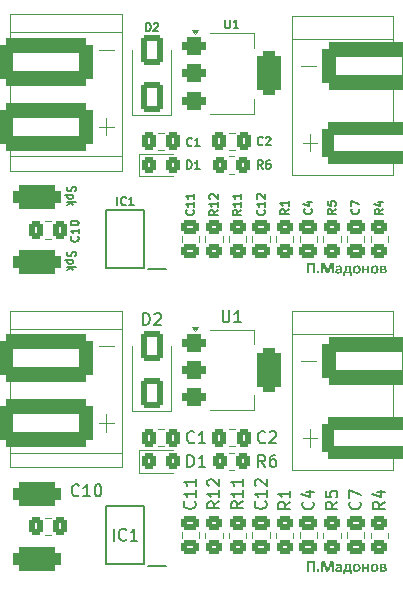
<source format=gto>
G04 #@! TF.GenerationSoftware,KiCad,Pcbnew,9.0.4*
G04 #@! TF.CreationDate,2025-12-28T16:32:26+01:00*
G04 #@! TF.ProjectId,UWU_AK_V3_Mouse,5557555f-414b-45f5-9633-5f4d6f757365,rev?*
G04 #@! TF.SameCoordinates,Original*
G04 #@! TF.FileFunction,Legend,Top*
G04 #@! TF.FilePolarity,Positive*
%FSLAX46Y46*%
G04 Gerber Fmt 4.6, Leading zero omitted, Abs format (unit mm)*
G04 Created by KiCad (PCBNEW 9.0.4) date 2025-12-28 16:32:26*
%MOMM*%
%LPD*%
G01*
G04 APERTURE LIST*
G04 Aperture macros list*
%AMRoundRect*
0 Rectangle with rounded corners*
0 $1 Rounding radius*
0 $2 $3 $4 $5 $6 $7 $8 $9 X,Y pos of 4 corners*
0 Add a 4 corners polygon primitive as box body*
4,1,4,$2,$3,$4,$5,$6,$7,$8,$9,$2,$3,0*
0 Add four circle primitives for the rounded corners*
1,1,$1+$1,$2,$3*
1,1,$1+$1,$4,$5*
1,1,$1+$1,$6,$7*
1,1,$1+$1,$8,$9*
0 Add four rect primitives between the rounded corners*
20,1,$1+$1,$2,$3,$4,$5,0*
20,1,$1+$1,$4,$5,$6,$7,0*
20,1,$1+$1,$6,$7,$8,$9,0*
20,1,$1+$1,$8,$9,$2,$3,0*%
G04 Aperture macros list end*
%ADD10C,0.150000*%
%ADD11C,0.125000*%
%ADD12C,0.120000*%
%ADD13C,0.200000*%
%ADD14C,0.100000*%
%ADD15RoundRect,0.250000X0.475000X-0.337500X0.475000X0.337500X-0.475000X0.337500X-0.475000X-0.337500X0*%
%ADD16RoundRect,0.250000X0.337500X0.475000X-0.337500X0.475000X-0.337500X-0.475000X0.337500X-0.475000X0*%
%ADD17RoundRect,0.250000X-0.475000X0.337500X-0.475000X-0.337500X0.475000X-0.337500X0.475000X0.337500X0*%
%ADD18RoundRect,0.250000X0.450000X-0.350000X0.450000X0.350000X-0.450000X0.350000X-0.450000X-0.350000X0*%
%ADD19RoundRect,0.250000X-0.325000X-0.450000X0.325000X-0.450000X0.325000X0.450000X-0.325000X0.450000X0*%
%ADD20RoundRect,0.500000X1.500000X-0.500000X1.500000X0.500000X-1.500000X0.500000X-1.500000X-0.500000X0*%
%ADD21RoundRect,0.250000X-0.337500X-0.475000X0.337500X-0.475000X0.337500X0.475000X-0.337500X0.475000X0*%
%ADD22R,1.528000X0.650000*%
%ADD23RoundRect,0.600000X-3.400000X-1.400000X3.400000X-1.400000X3.400000X1.400000X-3.400000X1.400000X0*%
%ADD24RoundRect,0.525000X3.475000X1.225000X-3.475000X1.225000X-3.475000X-1.225000X3.475000X-1.225000X0*%
%ADD25RoundRect,0.600000X3.400000X1.400000X-3.400000X1.400000X-3.400000X-1.400000X3.400000X-1.400000X0*%
%ADD26RoundRect,0.250000X-0.450000X0.350000X-0.450000X-0.350000X0.450000X-0.350000X0.450000X0.350000X0*%
%ADD27RoundRect,0.375000X-0.625000X-0.375000X0.625000X-0.375000X0.625000X0.375000X-0.625000X0.375000X0*%
%ADD28RoundRect,0.500000X-0.500000X-1.400000X0.500000X-1.400000X0.500000X1.400000X-0.500000X1.400000X0*%
%ADD29RoundRect,0.250000X0.650000X-1.000000X0.650000X1.000000X-0.650000X1.000000X-0.650000X-1.000000X0*%
%ADD30RoundRect,0.250000X-0.350000X-0.450000X0.350000X-0.450000X0.350000X0.450000X-0.350000X0.450000X0*%
G04 APERTURE END LIST*
D10*
X110376800Y-82482017D02*
X110343466Y-82582017D01*
X110343466Y-82582017D02*
X110343466Y-82748684D01*
X110343466Y-82748684D02*
X110376800Y-82815350D01*
X110376800Y-82815350D02*
X110410133Y-82848684D01*
X110410133Y-82848684D02*
X110476800Y-82882017D01*
X110476800Y-82882017D02*
X110543466Y-82882017D01*
X110543466Y-82882017D02*
X110610133Y-82848684D01*
X110610133Y-82848684D02*
X110643466Y-82815350D01*
X110643466Y-82815350D02*
X110676800Y-82748684D01*
X110676800Y-82748684D02*
X110710133Y-82615350D01*
X110710133Y-82615350D02*
X110743466Y-82548684D01*
X110743466Y-82548684D02*
X110776800Y-82515350D01*
X110776800Y-82515350D02*
X110843466Y-82482017D01*
X110843466Y-82482017D02*
X110910133Y-82482017D01*
X110910133Y-82482017D02*
X110976800Y-82515350D01*
X110976800Y-82515350D02*
X111010133Y-82548684D01*
X111010133Y-82548684D02*
X111043466Y-82615350D01*
X111043466Y-82615350D02*
X111043466Y-82782017D01*
X111043466Y-82782017D02*
X111010133Y-82882017D01*
X110810133Y-83182017D02*
X110110133Y-83182017D01*
X110776800Y-83182017D02*
X110810133Y-83248684D01*
X110810133Y-83248684D02*
X110810133Y-83382017D01*
X110810133Y-83382017D02*
X110776800Y-83448684D01*
X110776800Y-83448684D02*
X110743466Y-83482017D01*
X110743466Y-83482017D02*
X110676800Y-83515351D01*
X110676800Y-83515351D02*
X110476800Y-83515351D01*
X110476800Y-83515351D02*
X110410133Y-83482017D01*
X110410133Y-83482017D02*
X110376800Y-83448684D01*
X110376800Y-83448684D02*
X110343466Y-83382017D01*
X110343466Y-83382017D02*
X110343466Y-83248684D01*
X110343466Y-83248684D02*
X110376800Y-83182017D01*
X110343466Y-83815350D02*
X111043466Y-83815350D01*
X110610133Y-83882017D02*
X110343466Y-84082017D01*
X110810133Y-84082017D02*
X110543466Y-83815350D01*
D11*
G36*
X131284874Y-109556613D02*
G01*
X131280783Y-109568581D01*
X131266434Y-109577069D01*
X131238773Y-109582198D01*
X131195420Y-109583907D01*
X131152006Y-109582198D01*
X131124345Y-109577069D01*
X131109630Y-109568520D01*
X131105233Y-109556552D01*
X131105233Y-108845317D01*
X130775994Y-108845317D01*
X130775994Y-109556552D01*
X130771536Y-109568520D01*
X130756882Y-109577069D01*
X130729527Y-109582198D01*
X130685807Y-109583907D01*
X130642393Y-109582198D01*
X130614733Y-109577069D01*
X130600383Y-109568581D01*
X130596292Y-109556613D01*
X130596292Y-108753482D01*
X130600230Y-108727452D01*
X130610642Y-108710800D01*
X130626939Y-108700474D01*
X130648866Y-108696817D01*
X131232972Y-108696817D01*
X131255410Y-108700529D01*
X131271196Y-108710800D01*
X131281097Y-108727385D01*
X131284874Y-108753482D01*
X131284874Y-109556613D01*
G37*
G36*
X131669495Y-109480593D02*
G01*
X131666315Y-109522677D01*
X131658370Y-109549604D01*
X131647269Y-109565956D01*
X131630889Y-109577062D01*
X131605539Y-109584790D01*
X131567707Y-109587815D01*
X131529835Y-109584825D01*
X131504613Y-109577213D01*
X131488450Y-109566322D01*
X131477457Y-109550254D01*
X131469678Y-109524404D01*
X131466591Y-109484684D01*
X131469782Y-109442126D01*
X131477736Y-109415014D01*
X131488817Y-109398649D01*
X131505246Y-109387562D01*
X131530809Y-109379825D01*
X131569112Y-109376789D01*
X131606463Y-109379774D01*
X131631481Y-109387395D01*
X131647636Y-109398344D01*
X131658606Y-109414388D01*
X131666395Y-109440400D01*
X131669495Y-109480593D01*
G37*
G36*
X132880879Y-109555270D02*
G01*
X132877093Y-109567543D01*
X132863476Y-109576397D01*
X132837159Y-109581831D01*
X132795516Y-109583907D01*
X132754483Y-109581831D01*
X132728532Y-109576397D01*
X132714916Y-109567543D01*
X132710825Y-109555270D01*
X132710825Y-108837501D01*
X132709420Y-108837501D01*
X132453271Y-109554537D01*
X132444356Y-109569253D01*
X132427625Y-109578473D01*
X132400636Y-109582869D01*
X132361008Y-109583907D01*
X132321379Y-109582198D01*
X132294391Y-109576763D01*
X132277660Y-109567543D01*
X132269478Y-109554537D01*
X132022243Y-108837501D01*
X132020839Y-108837501D01*
X132020839Y-109555270D01*
X132017053Y-109567543D01*
X132003070Y-109576397D01*
X131976753Y-109581831D01*
X131935415Y-109583907D01*
X131894443Y-109581831D01*
X131868126Y-109576397D01*
X131854448Y-109567543D01*
X131850724Y-109555270D01*
X131850724Y-108768442D01*
X131855693Y-108736733D01*
X131869164Y-108715258D01*
X131890160Y-108701628D01*
X131918379Y-108696817D01*
X132035860Y-108696817D01*
X132089837Y-108701946D01*
X132111194Y-108708927D01*
X132128794Y-108719043D01*
X132143684Y-108732658D01*
X132156149Y-108750429D01*
X132175261Y-108798483D01*
X132366503Y-109324583D01*
X132369251Y-109324583D01*
X132567332Y-108799827D01*
X132586749Y-108751406D01*
X132611357Y-108719349D01*
X132626548Y-108708925D01*
X132644513Y-108701946D01*
X132688904Y-108696817D01*
X132809865Y-108696817D01*
X132841617Y-108701580D01*
X132863476Y-108715563D01*
X132876421Y-108738094D01*
X132880879Y-108768442D01*
X132880879Y-109555270D01*
G37*
G36*
X133382682Y-108911645D02*
G01*
X133436287Y-108921887D01*
X133483657Y-108940147D01*
X133520001Y-108964935D01*
X133548066Y-108997741D01*
X133567812Y-109039795D01*
X133578813Y-109087989D01*
X133582833Y-109148483D01*
X133582833Y-109558628D01*
X133575994Y-109573710D01*
X133554439Y-109581526D01*
X133511086Y-109583907D01*
X133466329Y-109581526D01*
X133446545Y-109573710D01*
X133440744Y-109558628D01*
X133440744Y-109510146D01*
X133400356Y-109546151D01*
X133355015Y-109573039D01*
X133304847Y-109589845D01*
X133248098Y-109595631D01*
X133200855Y-109592353D01*
X133158949Y-109582930D01*
X133120618Y-109566994D01*
X133088546Y-109545317D01*
X133062300Y-109517508D01*
X133042445Y-109483401D01*
X133030380Y-109444453D01*
X133026081Y-109397184D01*
X133026564Y-109392665D01*
X133194120Y-109392665D01*
X133200436Y-109427408D01*
X133218361Y-109452688D01*
X133246091Y-109468635D01*
X133285650Y-109474487D01*
X133320487Y-109469870D01*
X133352267Y-109456107D01*
X133381774Y-109434429D01*
X133414122Y-109402252D01*
X133414122Y-109298632D01*
X133348543Y-109298632D01*
X133308381Y-109300311D01*
X133277468Y-109304799D01*
X133249891Y-109312812D01*
X133229658Y-109323178D01*
X133213467Y-109336980D01*
X133202669Y-109352854D01*
X133196338Y-109371105D01*
X133194120Y-109392665D01*
X133026564Y-109392665D01*
X133031527Y-109346272D01*
X133046903Y-109304494D01*
X133072511Y-109268949D01*
X133109063Y-109239525D01*
X133153767Y-109217799D01*
X133211889Y-109201545D01*
X133275887Y-109192510D01*
X133354710Y-109189211D01*
X133414122Y-109189211D01*
X133414122Y-109151964D01*
X133408321Y-109101284D01*
X133400482Y-109081060D01*
X133389209Y-109065075D01*
X133374044Y-109052723D01*
X133353672Y-109043703D01*
X133330046Y-109038688D01*
X133298656Y-109036803D01*
X133256978Y-109039372D01*
X133221842Y-109046573D01*
X133162063Y-109068066D01*
X133118649Y-109089621D01*
X133101740Y-109097276D01*
X133090317Y-109099330D01*
X133077006Y-109094628D01*
X133067419Y-109081133D01*
X133061618Y-109059518D01*
X133059603Y-109031186D01*
X133063023Y-108998152D01*
X133075968Y-108976231D01*
X133109429Y-108954249D01*
X133165483Y-108931596D01*
X133235458Y-108914499D01*
X133313677Y-108907843D01*
X133382682Y-108911645D01*
G37*
G36*
X134332512Y-108927274D02*
G01*
X134346641Y-108937519D01*
X134355018Y-108953744D01*
X134358243Y-108978918D01*
X134358243Y-109439316D01*
X134427913Y-109439316D01*
X134444716Y-109441380D01*
X134454230Y-109446460D01*
X134459772Y-109455719D01*
X134462107Y-109473998D01*
X134462107Y-109778264D01*
X134458688Y-109788766D01*
X134446353Y-109796277D01*
X134423150Y-109801039D01*
X134386941Y-109802749D01*
X134351465Y-109801039D01*
X134328567Y-109796277D01*
X134316233Y-109788827D01*
X134312508Y-109778325D01*
X134312508Y-109580000D01*
X133834342Y-109580000D01*
X133834342Y-109778325D01*
X133830922Y-109788827D01*
X133818588Y-109796277D01*
X133795751Y-109801039D01*
X133760580Y-109802749D01*
X133724371Y-109801039D01*
X133701107Y-109796277D01*
X133688834Y-109788766D01*
X133685415Y-109778264D01*
X133685415Y-109473998D01*
X133687477Y-109455596D01*
X133692254Y-109446460D01*
X133701100Y-109441455D01*
X133718876Y-109439316D01*
X133752337Y-109439316D01*
X133921048Y-109439316D01*
X134185441Y-109439316D01*
X134185441Y-109060251D01*
X134039933Y-109060251D01*
X134014654Y-109208628D01*
X133985956Y-109315240D01*
X133969784Y-109357537D01*
X133954204Y-109388635D01*
X133921048Y-109439316D01*
X133752337Y-109439316D01*
X133793309Y-109374347D01*
X133811124Y-109335589D01*
X133829213Y-109284405D01*
X133844656Y-109227877D01*
X133859926Y-109155750D01*
X133886243Y-108976170D01*
X133890640Y-108953944D01*
X133899188Y-108937152D01*
X133913232Y-108926894D01*
X133934054Y-108923475D01*
X134310432Y-108923475D01*
X134332512Y-108927274D01*
G37*
G36*
X134931434Y-108913757D02*
G01*
X134994740Y-108930069D01*
X135050245Y-108957900D01*
X135094146Y-108995404D01*
X135127983Y-109042629D01*
X135152581Y-109101345D01*
X135166650Y-109166877D01*
X135171693Y-109245570D01*
X135166378Y-109321405D01*
X135151177Y-109387841D01*
X135125117Y-109448154D01*
X135089017Y-109498545D01*
X135042595Y-109539363D01*
X134984481Y-109570352D01*
X134918359Y-109588960D01*
X134837630Y-109595631D01*
X134759512Y-109589653D01*
X134696214Y-109573100D01*
X134640676Y-109545018D01*
X134596502Y-109507459D01*
X134562423Y-109460160D01*
X134537761Y-109401458D01*
X134523681Y-109336002D01*
X134518649Y-109257904D01*
X134519135Y-109251065D01*
X134695542Y-109251065D01*
X134697495Y-109295215D01*
X134703053Y-109334108D01*
X134713126Y-109370253D01*
X134727294Y-109400054D01*
X134747023Y-109424927D01*
X134772723Y-109443468D01*
X134803646Y-109454744D01*
X134843797Y-109458855D01*
X134880983Y-109455183D01*
X134911392Y-109444872D01*
X134937487Y-109427717D01*
X134958531Y-109404206D01*
X134974259Y-109375454D01*
X134985825Y-109339603D01*
X134992382Y-109300216D01*
X134994740Y-109253080D01*
X134992865Y-109208974D01*
X134987534Y-109170099D01*
X134977654Y-109133935D01*
X134963293Y-109104092D01*
X134943387Y-109079120D01*
X134917864Y-109060373D01*
X134887150Y-109048850D01*
X134846484Y-109044619D01*
X134809891Y-109048290D01*
X134779562Y-109058663D01*
X134753496Y-109075838D01*
X134732423Y-109099635D01*
X134716599Y-109128643D01*
X134704762Y-109164603D01*
X134697980Y-109203950D01*
X134695542Y-109251065D01*
X134519135Y-109251065D01*
X134524036Y-109182043D01*
X134539471Y-109115327D01*
X134565838Y-109054750D01*
X134601936Y-109004624D01*
X134648330Y-108964038D01*
X134706167Y-108933183D01*
X134772026Y-108914537D01*
X134852712Y-108907843D01*
X134931434Y-108913757D01*
G37*
G36*
X135898011Y-109556552D02*
G01*
X135893920Y-109568520D01*
X135880242Y-109577069D01*
X135853925Y-109582198D01*
X135812648Y-109583907D01*
X135770577Y-109582198D01*
X135744260Y-109577130D01*
X135730643Y-109568642D01*
X135726552Y-109556735D01*
X135726552Y-109318171D01*
X135479928Y-109318171D01*
X135479928Y-109556735D01*
X135475837Y-109568642D01*
X135461793Y-109577130D01*
X135435476Y-109582198D01*
X135393893Y-109583907D01*
X135352189Y-109582198D01*
X135325872Y-109577069D01*
X135311889Y-109568520D01*
X135307798Y-109556552D01*
X135307798Y-108946922D01*
X135311889Y-108934954D01*
X135325872Y-108926406D01*
X135352189Y-108921277D01*
X135393893Y-108919567D01*
X135435476Y-108921277D01*
X135461793Y-108926467D01*
X135475837Y-108935076D01*
X135479928Y-108947166D01*
X135479928Y-109177487D01*
X135726552Y-109177487D01*
X135726552Y-108947166D01*
X135730643Y-108935076D01*
X135744260Y-108926467D01*
X135770577Y-108921277D01*
X135812648Y-108919567D01*
X135853925Y-108921277D01*
X135880242Y-108926406D01*
X135893920Y-108934954D01*
X135898011Y-108946922D01*
X135898011Y-109556552D01*
G37*
G36*
X136446717Y-108913757D02*
G01*
X136510022Y-108930069D01*
X136565528Y-108957900D01*
X136609429Y-108995404D01*
X136643265Y-109042629D01*
X136667864Y-109101345D01*
X136681933Y-109166877D01*
X136686976Y-109245570D01*
X136681661Y-109321405D01*
X136666460Y-109387841D01*
X136640400Y-109448154D01*
X136604300Y-109498545D01*
X136557877Y-109539363D01*
X136499764Y-109570352D01*
X136433642Y-109588960D01*
X136352913Y-109595631D01*
X136274795Y-109589653D01*
X136211496Y-109573100D01*
X136155958Y-109545018D01*
X136111784Y-109507459D01*
X136077705Y-109460160D01*
X136053044Y-109401458D01*
X136038964Y-109336002D01*
X136033932Y-109257904D01*
X136034418Y-109251065D01*
X136210825Y-109251065D01*
X136212778Y-109295215D01*
X136218335Y-109334108D01*
X136228409Y-109370253D01*
X136242576Y-109400054D01*
X136262306Y-109424927D01*
X136288005Y-109443468D01*
X136318929Y-109454744D01*
X136359080Y-109458855D01*
X136396266Y-109455183D01*
X136426674Y-109444872D01*
X136452769Y-109427717D01*
X136473813Y-109404206D01*
X136489542Y-109375454D01*
X136501107Y-109339603D01*
X136507664Y-109300216D01*
X136510022Y-109253080D01*
X136508148Y-109208974D01*
X136502817Y-109170099D01*
X136492936Y-109133935D01*
X136478576Y-109104092D01*
X136458670Y-109079120D01*
X136433147Y-109060373D01*
X136402432Y-109048850D01*
X136361767Y-109044619D01*
X136325173Y-109048290D01*
X136294844Y-109058663D01*
X136268779Y-109075838D01*
X136247705Y-109099635D01*
X136231882Y-109128643D01*
X136220045Y-109164603D01*
X136213263Y-109203950D01*
X136210825Y-109251065D01*
X136034418Y-109251065D01*
X136039318Y-109182043D01*
X136054754Y-109115327D01*
X136081120Y-109054750D01*
X136117219Y-109004624D01*
X136163613Y-108964038D01*
X136221449Y-108933183D01*
X136287309Y-108914537D01*
X136367995Y-108907843D01*
X136446717Y-108913757D01*
G37*
G36*
X137144375Y-108918418D02*
G01*
X137199825Y-108925856D01*
X137249814Y-108939224D01*
X137287264Y-108956692D01*
X137317808Y-108980259D01*
X137338494Y-109007616D01*
X137350866Y-109039685D01*
X137355225Y-109078508D01*
X137351718Y-109114090D01*
X137341722Y-109144251D01*
X137325488Y-109170099D01*
X137303518Y-109191358D01*
X137275574Y-109207894D01*
X137240430Y-109219619D01*
X137284653Y-109231612D01*
X137319358Y-109249316D01*
X137346310Y-109272376D01*
X137366444Y-109301284D01*
X137378828Y-109335615D01*
X137383190Y-109376851D01*
X137378107Y-109427016D01*
X137363712Y-109468747D01*
X137339476Y-109504568D01*
X137304605Y-109534387D01*
X137261659Y-109556790D01*
X137205565Y-109574199D01*
X137143435Y-109584155D01*
X137065553Y-109587815D01*
X137016032Y-109587449D01*
X136971641Y-109586472D01*
X136928593Y-109584396D01*
X136882493Y-109580366D01*
X136853730Y-109573691D01*
X136836697Y-109561315D01*
X136826882Y-109542312D01*
X136823080Y-109512405D01*
X136823080Y-109465144D01*
X136983609Y-109465144D01*
X137006507Y-109467526D01*
X137030748Y-109469235D01*
X137054989Y-109470273D01*
X137076543Y-109470579D01*
X137111430Y-109468828D01*
X137138703Y-109464106D01*
X137162990Y-109455872D01*
X137181018Y-109445422D01*
X137195335Y-109431732D01*
X137204954Y-109415807D01*
X137210537Y-109397731D01*
X137212465Y-109377278D01*
X137210571Y-109356370D01*
X137205259Y-109339176D01*
X137195884Y-109324375D01*
X137181385Y-109311943D01*
X137162991Y-109302813D01*
X137137665Y-109295945D01*
X137073124Y-109290816D01*
X136983609Y-109290816D01*
X136983609Y-109465144D01*
X136823080Y-109465144D01*
X136823080Y-109037597D01*
X136983609Y-109037597D01*
X136983609Y-109189211D01*
X137075811Y-109189211D01*
X137129629Y-109183439D01*
X137164288Y-109168695D01*
X137181154Y-109152956D01*
X137191178Y-109133480D01*
X137194696Y-109109038D01*
X137188162Y-109076737D01*
X137179861Y-109063832D01*
X137167341Y-109052801D01*
X137151548Y-109044531D01*
X137129483Y-109037964D01*
X137072391Y-109032896D01*
X137023543Y-109034239D01*
X136983609Y-109037597D01*
X136823080Y-109037597D01*
X136823080Y-108989726D01*
X136826687Y-108960994D01*
X136836025Y-108942526D01*
X136851756Y-108930011D01*
X136875654Y-108923108D01*
X136914916Y-108920422D01*
X136963093Y-108918040D01*
X137017070Y-108916331D01*
X137073796Y-108915659D01*
X137144375Y-108918418D01*
G37*
G36*
X131284874Y-84306613D02*
G01*
X131280783Y-84318581D01*
X131266434Y-84327069D01*
X131238773Y-84332198D01*
X131195420Y-84333907D01*
X131152006Y-84332198D01*
X131124345Y-84327069D01*
X131109630Y-84318520D01*
X131105233Y-84306552D01*
X131105233Y-83595317D01*
X130775994Y-83595317D01*
X130775994Y-84306552D01*
X130771536Y-84318520D01*
X130756882Y-84327069D01*
X130729527Y-84332198D01*
X130685807Y-84333907D01*
X130642393Y-84332198D01*
X130614733Y-84327069D01*
X130600383Y-84318581D01*
X130596292Y-84306613D01*
X130596292Y-83503482D01*
X130600230Y-83477452D01*
X130610642Y-83460800D01*
X130626939Y-83450474D01*
X130648866Y-83446817D01*
X131232972Y-83446817D01*
X131255410Y-83450529D01*
X131271196Y-83460800D01*
X131281097Y-83477385D01*
X131284874Y-83503482D01*
X131284874Y-84306613D01*
G37*
G36*
X131669495Y-84230593D02*
G01*
X131666315Y-84272677D01*
X131658370Y-84299604D01*
X131647269Y-84315956D01*
X131630889Y-84327062D01*
X131605539Y-84334790D01*
X131567707Y-84337815D01*
X131529835Y-84334825D01*
X131504613Y-84327213D01*
X131488450Y-84316322D01*
X131477457Y-84300254D01*
X131469678Y-84274404D01*
X131466591Y-84234684D01*
X131469782Y-84192126D01*
X131477736Y-84165014D01*
X131488817Y-84148649D01*
X131505246Y-84137562D01*
X131530809Y-84129825D01*
X131569112Y-84126789D01*
X131606463Y-84129774D01*
X131631481Y-84137395D01*
X131647636Y-84148344D01*
X131658606Y-84164388D01*
X131666395Y-84190400D01*
X131669495Y-84230593D01*
G37*
G36*
X132880879Y-84305270D02*
G01*
X132877093Y-84317543D01*
X132863476Y-84326397D01*
X132837159Y-84331831D01*
X132795516Y-84333907D01*
X132754483Y-84331831D01*
X132728532Y-84326397D01*
X132714916Y-84317543D01*
X132710825Y-84305270D01*
X132710825Y-83587501D01*
X132709420Y-83587501D01*
X132453271Y-84304537D01*
X132444356Y-84319253D01*
X132427625Y-84328473D01*
X132400636Y-84332869D01*
X132361008Y-84333907D01*
X132321379Y-84332198D01*
X132294391Y-84326763D01*
X132277660Y-84317543D01*
X132269478Y-84304537D01*
X132022243Y-83587501D01*
X132020839Y-83587501D01*
X132020839Y-84305270D01*
X132017053Y-84317543D01*
X132003070Y-84326397D01*
X131976753Y-84331831D01*
X131935415Y-84333907D01*
X131894443Y-84331831D01*
X131868126Y-84326397D01*
X131854448Y-84317543D01*
X131850724Y-84305270D01*
X131850724Y-83518442D01*
X131855693Y-83486733D01*
X131869164Y-83465258D01*
X131890160Y-83451628D01*
X131918379Y-83446817D01*
X132035860Y-83446817D01*
X132089837Y-83451946D01*
X132111194Y-83458927D01*
X132128794Y-83469043D01*
X132143684Y-83482658D01*
X132156149Y-83500429D01*
X132175261Y-83548483D01*
X132366503Y-84074583D01*
X132369251Y-84074583D01*
X132567332Y-83549827D01*
X132586749Y-83501406D01*
X132611357Y-83469349D01*
X132626548Y-83458925D01*
X132644513Y-83451946D01*
X132688904Y-83446817D01*
X132809865Y-83446817D01*
X132841617Y-83451580D01*
X132863476Y-83465563D01*
X132876421Y-83488094D01*
X132880879Y-83518442D01*
X132880879Y-84305270D01*
G37*
G36*
X133382682Y-83661645D02*
G01*
X133436287Y-83671887D01*
X133483657Y-83690147D01*
X133520001Y-83714935D01*
X133548066Y-83747741D01*
X133567812Y-83789795D01*
X133578813Y-83837989D01*
X133582833Y-83898483D01*
X133582833Y-84308628D01*
X133575994Y-84323710D01*
X133554439Y-84331526D01*
X133511086Y-84333907D01*
X133466329Y-84331526D01*
X133446545Y-84323710D01*
X133440744Y-84308628D01*
X133440744Y-84260146D01*
X133400356Y-84296151D01*
X133355015Y-84323039D01*
X133304847Y-84339845D01*
X133248098Y-84345631D01*
X133200855Y-84342353D01*
X133158949Y-84332930D01*
X133120618Y-84316994D01*
X133088546Y-84295317D01*
X133062300Y-84267508D01*
X133042445Y-84233401D01*
X133030380Y-84194453D01*
X133026081Y-84147184D01*
X133026564Y-84142665D01*
X133194120Y-84142665D01*
X133200436Y-84177408D01*
X133218361Y-84202688D01*
X133246091Y-84218635D01*
X133285650Y-84224487D01*
X133320487Y-84219870D01*
X133352267Y-84206107D01*
X133381774Y-84184429D01*
X133414122Y-84152252D01*
X133414122Y-84048632D01*
X133348543Y-84048632D01*
X133308381Y-84050311D01*
X133277468Y-84054799D01*
X133249891Y-84062812D01*
X133229658Y-84073178D01*
X133213467Y-84086980D01*
X133202669Y-84102854D01*
X133196338Y-84121105D01*
X133194120Y-84142665D01*
X133026564Y-84142665D01*
X133031527Y-84096272D01*
X133046903Y-84054494D01*
X133072511Y-84018949D01*
X133109063Y-83989525D01*
X133153767Y-83967799D01*
X133211889Y-83951545D01*
X133275887Y-83942510D01*
X133354710Y-83939211D01*
X133414122Y-83939211D01*
X133414122Y-83901964D01*
X133408321Y-83851284D01*
X133400482Y-83831060D01*
X133389209Y-83815075D01*
X133374044Y-83802723D01*
X133353672Y-83793703D01*
X133330046Y-83788688D01*
X133298656Y-83786803D01*
X133256978Y-83789372D01*
X133221842Y-83796573D01*
X133162063Y-83818066D01*
X133118649Y-83839621D01*
X133101740Y-83847276D01*
X133090317Y-83849330D01*
X133077006Y-83844628D01*
X133067419Y-83831133D01*
X133061618Y-83809518D01*
X133059603Y-83781186D01*
X133063023Y-83748152D01*
X133075968Y-83726231D01*
X133109429Y-83704249D01*
X133165483Y-83681596D01*
X133235458Y-83664499D01*
X133313677Y-83657843D01*
X133382682Y-83661645D01*
G37*
G36*
X134332512Y-83677274D02*
G01*
X134346641Y-83687519D01*
X134355018Y-83703744D01*
X134358243Y-83728918D01*
X134358243Y-84189316D01*
X134427913Y-84189316D01*
X134444716Y-84191380D01*
X134454230Y-84196460D01*
X134459772Y-84205719D01*
X134462107Y-84223998D01*
X134462107Y-84528264D01*
X134458688Y-84538766D01*
X134446353Y-84546277D01*
X134423150Y-84551039D01*
X134386941Y-84552749D01*
X134351465Y-84551039D01*
X134328567Y-84546277D01*
X134316233Y-84538827D01*
X134312508Y-84528325D01*
X134312508Y-84330000D01*
X133834342Y-84330000D01*
X133834342Y-84528325D01*
X133830922Y-84538827D01*
X133818588Y-84546277D01*
X133795751Y-84551039D01*
X133760580Y-84552749D01*
X133724371Y-84551039D01*
X133701107Y-84546277D01*
X133688834Y-84538766D01*
X133685415Y-84528264D01*
X133685415Y-84223998D01*
X133687477Y-84205596D01*
X133692254Y-84196460D01*
X133701100Y-84191455D01*
X133718876Y-84189316D01*
X133752337Y-84189316D01*
X133921048Y-84189316D01*
X134185441Y-84189316D01*
X134185441Y-83810251D01*
X134039933Y-83810251D01*
X134014654Y-83958628D01*
X133985956Y-84065240D01*
X133969784Y-84107537D01*
X133954204Y-84138635D01*
X133921048Y-84189316D01*
X133752337Y-84189316D01*
X133793309Y-84124347D01*
X133811124Y-84085589D01*
X133829213Y-84034405D01*
X133844656Y-83977877D01*
X133859926Y-83905750D01*
X133886243Y-83726170D01*
X133890640Y-83703944D01*
X133899188Y-83687152D01*
X133913232Y-83676894D01*
X133934054Y-83673475D01*
X134310432Y-83673475D01*
X134332512Y-83677274D01*
G37*
G36*
X134931434Y-83663757D02*
G01*
X134994740Y-83680069D01*
X135050245Y-83707900D01*
X135094146Y-83745404D01*
X135127983Y-83792629D01*
X135152581Y-83851345D01*
X135166650Y-83916877D01*
X135171693Y-83995570D01*
X135166378Y-84071405D01*
X135151177Y-84137841D01*
X135125117Y-84198154D01*
X135089017Y-84248545D01*
X135042595Y-84289363D01*
X134984481Y-84320352D01*
X134918359Y-84338960D01*
X134837630Y-84345631D01*
X134759512Y-84339653D01*
X134696214Y-84323100D01*
X134640676Y-84295018D01*
X134596502Y-84257459D01*
X134562423Y-84210160D01*
X134537761Y-84151458D01*
X134523681Y-84086002D01*
X134518649Y-84007904D01*
X134519135Y-84001065D01*
X134695542Y-84001065D01*
X134697495Y-84045215D01*
X134703053Y-84084108D01*
X134713126Y-84120253D01*
X134727294Y-84150054D01*
X134747023Y-84174927D01*
X134772723Y-84193468D01*
X134803646Y-84204744D01*
X134843797Y-84208855D01*
X134880983Y-84205183D01*
X134911392Y-84194872D01*
X134937487Y-84177717D01*
X134958531Y-84154206D01*
X134974259Y-84125454D01*
X134985825Y-84089603D01*
X134992382Y-84050216D01*
X134994740Y-84003080D01*
X134992865Y-83958974D01*
X134987534Y-83920099D01*
X134977654Y-83883935D01*
X134963293Y-83854092D01*
X134943387Y-83829120D01*
X134917864Y-83810373D01*
X134887150Y-83798850D01*
X134846484Y-83794619D01*
X134809891Y-83798290D01*
X134779562Y-83808663D01*
X134753496Y-83825838D01*
X134732423Y-83849635D01*
X134716599Y-83878643D01*
X134704762Y-83914603D01*
X134697980Y-83953950D01*
X134695542Y-84001065D01*
X134519135Y-84001065D01*
X134524036Y-83932043D01*
X134539471Y-83865327D01*
X134565838Y-83804750D01*
X134601936Y-83754624D01*
X134648330Y-83714038D01*
X134706167Y-83683183D01*
X134772026Y-83664537D01*
X134852712Y-83657843D01*
X134931434Y-83663757D01*
G37*
G36*
X135898011Y-84306552D02*
G01*
X135893920Y-84318520D01*
X135880242Y-84327069D01*
X135853925Y-84332198D01*
X135812648Y-84333907D01*
X135770577Y-84332198D01*
X135744260Y-84327130D01*
X135730643Y-84318642D01*
X135726552Y-84306735D01*
X135726552Y-84068171D01*
X135479928Y-84068171D01*
X135479928Y-84306735D01*
X135475837Y-84318642D01*
X135461793Y-84327130D01*
X135435476Y-84332198D01*
X135393893Y-84333907D01*
X135352189Y-84332198D01*
X135325872Y-84327069D01*
X135311889Y-84318520D01*
X135307798Y-84306552D01*
X135307798Y-83696922D01*
X135311889Y-83684954D01*
X135325872Y-83676406D01*
X135352189Y-83671277D01*
X135393893Y-83669567D01*
X135435476Y-83671277D01*
X135461793Y-83676467D01*
X135475837Y-83685076D01*
X135479928Y-83697166D01*
X135479928Y-83927487D01*
X135726552Y-83927487D01*
X135726552Y-83697166D01*
X135730643Y-83685076D01*
X135744260Y-83676467D01*
X135770577Y-83671277D01*
X135812648Y-83669567D01*
X135853925Y-83671277D01*
X135880242Y-83676406D01*
X135893920Y-83684954D01*
X135898011Y-83696922D01*
X135898011Y-84306552D01*
G37*
G36*
X136446717Y-83663757D02*
G01*
X136510022Y-83680069D01*
X136565528Y-83707900D01*
X136609429Y-83745404D01*
X136643265Y-83792629D01*
X136667864Y-83851345D01*
X136681933Y-83916877D01*
X136686976Y-83995570D01*
X136681661Y-84071405D01*
X136666460Y-84137841D01*
X136640400Y-84198154D01*
X136604300Y-84248545D01*
X136557877Y-84289363D01*
X136499764Y-84320352D01*
X136433642Y-84338960D01*
X136352913Y-84345631D01*
X136274795Y-84339653D01*
X136211496Y-84323100D01*
X136155958Y-84295018D01*
X136111784Y-84257459D01*
X136077705Y-84210160D01*
X136053044Y-84151458D01*
X136038964Y-84086002D01*
X136033932Y-84007904D01*
X136034418Y-84001065D01*
X136210825Y-84001065D01*
X136212778Y-84045215D01*
X136218335Y-84084108D01*
X136228409Y-84120253D01*
X136242576Y-84150054D01*
X136262306Y-84174927D01*
X136288005Y-84193468D01*
X136318929Y-84204744D01*
X136359080Y-84208855D01*
X136396266Y-84205183D01*
X136426674Y-84194872D01*
X136452769Y-84177717D01*
X136473813Y-84154206D01*
X136489542Y-84125454D01*
X136501107Y-84089603D01*
X136507664Y-84050216D01*
X136510022Y-84003080D01*
X136508148Y-83958974D01*
X136502817Y-83920099D01*
X136492936Y-83883935D01*
X136478576Y-83854092D01*
X136458670Y-83829120D01*
X136433147Y-83810373D01*
X136402432Y-83798850D01*
X136361767Y-83794619D01*
X136325173Y-83798290D01*
X136294844Y-83808663D01*
X136268779Y-83825838D01*
X136247705Y-83849635D01*
X136231882Y-83878643D01*
X136220045Y-83914603D01*
X136213263Y-83953950D01*
X136210825Y-84001065D01*
X136034418Y-84001065D01*
X136039318Y-83932043D01*
X136054754Y-83865327D01*
X136081120Y-83804750D01*
X136117219Y-83754624D01*
X136163613Y-83714038D01*
X136221449Y-83683183D01*
X136287309Y-83664537D01*
X136367995Y-83657843D01*
X136446717Y-83663757D01*
G37*
G36*
X137144375Y-83668418D02*
G01*
X137199825Y-83675856D01*
X137249814Y-83689224D01*
X137287264Y-83706692D01*
X137317808Y-83730259D01*
X137338494Y-83757616D01*
X137350866Y-83789685D01*
X137355225Y-83828508D01*
X137351718Y-83864090D01*
X137341722Y-83894251D01*
X137325488Y-83920099D01*
X137303518Y-83941358D01*
X137275574Y-83957894D01*
X137240430Y-83969619D01*
X137284653Y-83981612D01*
X137319358Y-83999316D01*
X137346310Y-84022376D01*
X137366444Y-84051284D01*
X137378828Y-84085615D01*
X137383190Y-84126851D01*
X137378107Y-84177016D01*
X137363712Y-84218747D01*
X137339476Y-84254568D01*
X137304605Y-84284387D01*
X137261659Y-84306790D01*
X137205565Y-84324199D01*
X137143435Y-84334155D01*
X137065553Y-84337815D01*
X137016032Y-84337449D01*
X136971641Y-84336472D01*
X136928593Y-84334396D01*
X136882493Y-84330366D01*
X136853730Y-84323691D01*
X136836697Y-84311315D01*
X136826882Y-84292312D01*
X136823080Y-84262405D01*
X136823080Y-84215144D01*
X136983609Y-84215144D01*
X137006507Y-84217526D01*
X137030748Y-84219235D01*
X137054989Y-84220273D01*
X137076543Y-84220579D01*
X137111430Y-84218828D01*
X137138703Y-84214106D01*
X137162990Y-84205872D01*
X137181018Y-84195422D01*
X137195335Y-84181732D01*
X137204954Y-84165807D01*
X137210537Y-84147731D01*
X137212465Y-84127278D01*
X137210571Y-84106370D01*
X137205259Y-84089176D01*
X137195884Y-84074375D01*
X137181385Y-84061943D01*
X137162991Y-84052813D01*
X137137665Y-84045945D01*
X137073124Y-84040816D01*
X136983609Y-84040816D01*
X136983609Y-84215144D01*
X136823080Y-84215144D01*
X136823080Y-83787597D01*
X136983609Y-83787597D01*
X136983609Y-83939211D01*
X137075811Y-83939211D01*
X137129629Y-83933439D01*
X137164288Y-83918695D01*
X137181154Y-83902956D01*
X137191178Y-83883480D01*
X137194696Y-83859038D01*
X137188162Y-83826737D01*
X137179861Y-83813832D01*
X137167341Y-83802801D01*
X137151548Y-83794531D01*
X137129483Y-83787964D01*
X137072391Y-83782896D01*
X137023543Y-83784239D01*
X136983609Y-83787597D01*
X136823080Y-83787597D01*
X136823080Y-83739726D01*
X136826687Y-83710994D01*
X136836025Y-83692526D01*
X136851756Y-83680011D01*
X136875654Y-83673108D01*
X136914916Y-83670422D01*
X136963093Y-83668040D01*
X137017070Y-83666331D01*
X137073796Y-83665659D01*
X137144375Y-83668418D01*
G37*
D10*
X110376800Y-76982017D02*
X110343466Y-77082017D01*
X110343466Y-77082017D02*
X110343466Y-77248684D01*
X110343466Y-77248684D02*
X110376800Y-77315350D01*
X110376800Y-77315350D02*
X110410133Y-77348684D01*
X110410133Y-77348684D02*
X110476800Y-77382017D01*
X110476800Y-77382017D02*
X110543466Y-77382017D01*
X110543466Y-77382017D02*
X110610133Y-77348684D01*
X110610133Y-77348684D02*
X110643466Y-77315350D01*
X110643466Y-77315350D02*
X110676800Y-77248684D01*
X110676800Y-77248684D02*
X110710133Y-77115350D01*
X110710133Y-77115350D02*
X110743466Y-77048684D01*
X110743466Y-77048684D02*
X110776800Y-77015350D01*
X110776800Y-77015350D02*
X110843466Y-76982017D01*
X110843466Y-76982017D02*
X110910133Y-76982017D01*
X110910133Y-76982017D02*
X110976800Y-77015350D01*
X110976800Y-77015350D02*
X111010133Y-77048684D01*
X111010133Y-77048684D02*
X111043466Y-77115350D01*
X111043466Y-77115350D02*
X111043466Y-77282017D01*
X111043466Y-77282017D02*
X111010133Y-77382017D01*
X110810133Y-77682017D02*
X110110133Y-77682017D01*
X110776800Y-77682017D02*
X110810133Y-77748684D01*
X110810133Y-77748684D02*
X110810133Y-77882017D01*
X110810133Y-77882017D02*
X110776800Y-77948684D01*
X110776800Y-77948684D02*
X110743466Y-77982017D01*
X110743466Y-77982017D02*
X110676800Y-78015351D01*
X110676800Y-78015351D02*
X110476800Y-78015351D01*
X110476800Y-78015351D02*
X110410133Y-77982017D01*
X110410133Y-77982017D02*
X110376800Y-77948684D01*
X110376800Y-77948684D02*
X110343466Y-77882017D01*
X110343466Y-77882017D02*
X110343466Y-77748684D01*
X110343466Y-77748684D02*
X110376800Y-77682017D01*
X110343466Y-78315350D02*
X111043466Y-78315350D01*
X110610133Y-78382017D02*
X110343466Y-78582017D01*
X110810133Y-78582017D02*
X110543466Y-78315350D01*
X120999366Y-78950000D02*
X121032700Y-78983333D01*
X121032700Y-78983333D02*
X121066033Y-79083333D01*
X121066033Y-79083333D02*
X121066033Y-79150000D01*
X121066033Y-79150000D02*
X121032700Y-79250000D01*
X121032700Y-79250000D02*
X120966033Y-79316667D01*
X120966033Y-79316667D02*
X120899366Y-79350000D01*
X120899366Y-79350000D02*
X120766033Y-79383333D01*
X120766033Y-79383333D02*
X120666033Y-79383333D01*
X120666033Y-79383333D02*
X120532700Y-79350000D01*
X120532700Y-79350000D02*
X120466033Y-79316667D01*
X120466033Y-79316667D02*
X120399366Y-79250000D01*
X120399366Y-79250000D02*
X120366033Y-79150000D01*
X120366033Y-79150000D02*
X120366033Y-79083333D01*
X120366033Y-79083333D02*
X120399366Y-78983333D01*
X120399366Y-78983333D02*
X120432700Y-78950000D01*
X121066033Y-78283333D02*
X121066033Y-78683333D01*
X121066033Y-78483333D02*
X120366033Y-78483333D01*
X120366033Y-78483333D02*
X120466033Y-78550000D01*
X120466033Y-78550000D02*
X120532700Y-78616667D01*
X120532700Y-78616667D02*
X120566033Y-78683333D01*
X121066033Y-77616666D02*
X121066033Y-78016666D01*
X121066033Y-77816666D02*
X120366033Y-77816666D01*
X120366033Y-77816666D02*
X120466033Y-77883333D01*
X120466033Y-77883333D02*
X120532700Y-77950000D01*
X120532700Y-77950000D02*
X120566033Y-78016666D01*
X126883333Y-73404366D02*
X126850000Y-73437700D01*
X126850000Y-73437700D02*
X126750000Y-73471033D01*
X126750000Y-73471033D02*
X126683333Y-73471033D01*
X126683333Y-73471033D02*
X126583333Y-73437700D01*
X126583333Y-73437700D02*
X126516667Y-73371033D01*
X126516667Y-73371033D02*
X126483333Y-73304366D01*
X126483333Y-73304366D02*
X126450000Y-73171033D01*
X126450000Y-73171033D02*
X126450000Y-73071033D01*
X126450000Y-73071033D02*
X126483333Y-72937700D01*
X126483333Y-72937700D02*
X126516667Y-72871033D01*
X126516667Y-72871033D02*
X126583333Y-72804366D01*
X126583333Y-72804366D02*
X126683333Y-72771033D01*
X126683333Y-72771033D02*
X126750000Y-72771033D01*
X126750000Y-72771033D02*
X126850000Y-72804366D01*
X126850000Y-72804366D02*
X126883333Y-72837700D01*
X127150000Y-72837700D02*
X127183333Y-72804366D01*
X127183333Y-72804366D02*
X127250000Y-72771033D01*
X127250000Y-72771033D02*
X127416667Y-72771033D01*
X127416667Y-72771033D02*
X127483333Y-72804366D01*
X127483333Y-72804366D02*
X127516667Y-72837700D01*
X127516667Y-72837700D02*
X127550000Y-72904366D01*
X127550000Y-72904366D02*
X127550000Y-72971033D01*
X127550000Y-72971033D02*
X127516667Y-73071033D01*
X127516667Y-73071033D02*
X127116667Y-73471033D01*
X127116667Y-73471033D02*
X127550000Y-73471033D01*
X126999366Y-78950000D02*
X127032700Y-78983333D01*
X127032700Y-78983333D02*
X127066033Y-79083333D01*
X127066033Y-79083333D02*
X127066033Y-79150000D01*
X127066033Y-79150000D02*
X127032700Y-79250000D01*
X127032700Y-79250000D02*
X126966033Y-79316667D01*
X126966033Y-79316667D02*
X126899366Y-79350000D01*
X126899366Y-79350000D02*
X126766033Y-79383333D01*
X126766033Y-79383333D02*
X126666033Y-79383333D01*
X126666033Y-79383333D02*
X126532700Y-79350000D01*
X126532700Y-79350000D02*
X126466033Y-79316667D01*
X126466033Y-79316667D02*
X126399366Y-79250000D01*
X126399366Y-79250000D02*
X126366033Y-79150000D01*
X126366033Y-79150000D02*
X126366033Y-79083333D01*
X126366033Y-79083333D02*
X126399366Y-78983333D01*
X126399366Y-78983333D02*
X126432700Y-78950000D01*
X127066033Y-78283333D02*
X127066033Y-78683333D01*
X127066033Y-78483333D02*
X126366033Y-78483333D01*
X126366033Y-78483333D02*
X126466033Y-78550000D01*
X126466033Y-78550000D02*
X126532700Y-78616667D01*
X126532700Y-78616667D02*
X126566033Y-78683333D01*
X126432700Y-78016666D02*
X126399366Y-77983333D01*
X126399366Y-77983333D02*
X126366033Y-77916666D01*
X126366033Y-77916666D02*
X126366033Y-77750000D01*
X126366033Y-77750000D02*
X126399366Y-77683333D01*
X126399366Y-77683333D02*
X126432700Y-77650000D01*
X126432700Y-77650000D02*
X126499366Y-77616666D01*
X126499366Y-77616666D02*
X126566033Y-77616666D01*
X126566033Y-77616666D02*
X126666033Y-77650000D01*
X126666033Y-77650000D02*
X127066033Y-78050000D01*
X127066033Y-78050000D02*
X127066033Y-77616666D01*
X125204819Y-103642857D02*
X124728628Y-103976190D01*
X125204819Y-104214285D02*
X124204819Y-104214285D01*
X124204819Y-104214285D02*
X124204819Y-103833333D01*
X124204819Y-103833333D02*
X124252438Y-103738095D01*
X124252438Y-103738095D02*
X124300057Y-103690476D01*
X124300057Y-103690476D02*
X124395295Y-103642857D01*
X124395295Y-103642857D02*
X124538152Y-103642857D01*
X124538152Y-103642857D02*
X124633390Y-103690476D01*
X124633390Y-103690476D02*
X124681009Y-103738095D01*
X124681009Y-103738095D02*
X124728628Y-103833333D01*
X124728628Y-103833333D02*
X124728628Y-104214285D01*
X125204819Y-102690476D02*
X125204819Y-103261904D01*
X125204819Y-102976190D02*
X124204819Y-102976190D01*
X124204819Y-102976190D02*
X124347676Y-103071428D01*
X124347676Y-103071428D02*
X124442914Y-103166666D01*
X124442914Y-103166666D02*
X124490533Y-103261904D01*
X125204819Y-101738095D02*
X125204819Y-102309523D01*
X125204819Y-102023809D02*
X124204819Y-102023809D01*
X124204819Y-102023809D02*
X124347676Y-102119047D01*
X124347676Y-102119047D02*
X124442914Y-102214285D01*
X124442914Y-102214285D02*
X124490533Y-102309523D01*
X120511905Y-100704819D02*
X120511905Y-99704819D01*
X120511905Y-99704819D02*
X120750000Y-99704819D01*
X120750000Y-99704819D02*
X120892857Y-99752438D01*
X120892857Y-99752438D02*
X120988095Y-99847676D01*
X120988095Y-99847676D02*
X121035714Y-99942914D01*
X121035714Y-99942914D02*
X121083333Y-100133390D01*
X121083333Y-100133390D02*
X121083333Y-100276247D01*
X121083333Y-100276247D02*
X121035714Y-100466723D01*
X121035714Y-100466723D02*
X120988095Y-100561961D01*
X120988095Y-100561961D02*
X120892857Y-100657200D01*
X120892857Y-100657200D02*
X120750000Y-100704819D01*
X120750000Y-100704819D02*
X120511905Y-100704819D01*
X122035714Y-100704819D02*
X121464286Y-100704819D01*
X121750000Y-100704819D02*
X121750000Y-99704819D01*
X121750000Y-99704819D02*
X121654762Y-99847676D01*
X121654762Y-99847676D02*
X121559524Y-99942914D01*
X121559524Y-99942914D02*
X121464286Y-99990533D01*
X120483333Y-75471033D02*
X120483333Y-74771033D01*
X120483333Y-74771033D02*
X120650000Y-74771033D01*
X120650000Y-74771033D02*
X120750000Y-74804366D01*
X120750000Y-74804366D02*
X120816667Y-74871033D01*
X120816667Y-74871033D02*
X120850000Y-74937700D01*
X120850000Y-74937700D02*
X120883333Y-75071033D01*
X120883333Y-75071033D02*
X120883333Y-75171033D01*
X120883333Y-75171033D02*
X120850000Y-75304366D01*
X120850000Y-75304366D02*
X120816667Y-75371033D01*
X120816667Y-75371033D02*
X120750000Y-75437700D01*
X120750000Y-75437700D02*
X120650000Y-75471033D01*
X120650000Y-75471033D02*
X120483333Y-75471033D01*
X121550000Y-75471033D02*
X121150000Y-75471033D01*
X121350000Y-75471033D02*
X121350000Y-74771033D01*
X121350000Y-74771033D02*
X121283333Y-74871033D01*
X121283333Y-74871033D02*
X121216667Y-74937700D01*
X121216667Y-74937700D02*
X121150000Y-74971033D01*
X111249366Y-81200000D02*
X111282700Y-81233333D01*
X111282700Y-81233333D02*
X111316033Y-81333333D01*
X111316033Y-81333333D02*
X111316033Y-81400000D01*
X111316033Y-81400000D02*
X111282700Y-81500000D01*
X111282700Y-81500000D02*
X111216033Y-81566667D01*
X111216033Y-81566667D02*
X111149366Y-81600000D01*
X111149366Y-81600000D02*
X111016033Y-81633333D01*
X111016033Y-81633333D02*
X110916033Y-81633333D01*
X110916033Y-81633333D02*
X110782700Y-81600000D01*
X110782700Y-81600000D02*
X110716033Y-81566667D01*
X110716033Y-81566667D02*
X110649366Y-81500000D01*
X110649366Y-81500000D02*
X110616033Y-81400000D01*
X110616033Y-81400000D02*
X110616033Y-81333333D01*
X110616033Y-81333333D02*
X110649366Y-81233333D01*
X110649366Y-81233333D02*
X110682700Y-81200000D01*
X111316033Y-80533333D02*
X111316033Y-80933333D01*
X111316033Y-80733333D02*
X110616033Y-80733333D01*
X110616033Y-80733333D02*
X110716033Y-80800000D01*
X110716033Y-80800000D02*
X110782700Y-80866667D01*
X110782700Y-80866667D02*
X110816033Y-80933333D01*
X110616033Y-80100000D02*
X110616033Y-80033333D01*
X110616033Y-80033333D02*
X110649366Y-79966666D01*
X110649366Y-79966666D02*
X110682700Y-79933333D01*
X110682700Y-79933333D02*
X110749366Y-79900000D01*
X110749366Y-79900000D02*
X110882700Y-79866666D01*
X110882700Y-79866666D02*
X111049366Y-79866666D01*
X111049366Y-79866666D02*
X111182700Y-79900000D01*
X111182700Y-79900000D02*
X111249366Y-79933333D01*
X111249366Y-79933333D02*
X111282700Y-79966666D01*
X111282700Y-79966666D02*
X111316033Y-80033333D01*
X111316033Y-80033333D02*
X111316033Y-80100000D01*
X111316033Y-80100000D02*
X111282700Y-80166666D01*
X111282700Y-80166666D02*
X111249366Y-80200000D01*
X111249366Y-80200000D02*
X111182700Y-80233333D01*
X111182700Y-80233333D02*
X111049366Y-80266666D01*
X111049366Y-80266666D02*
X110882700Y-80266666D01*
X110882700Y-80266666D02*
X110749366Y-80233333D01*
X110749366Y-80233333D02*
X110682700Y-80200000D01*
X110682700Y-80200000D02*
X110649366Y-80166666D01*
X110649366Y-80166666D02*
X110616033Y-80100000D01*
X114566666Y-78566033D02*
X114566666Y-77866033D01*
X115299999Y-78499366D02*
X115266666Y-78532700D01*
X115266666Y-78532700D02*
X115166666Y-78566033D01*
X115166666Y-78566033D02*
X115099999Y-78566033D01*
X115099999Y-78566033D02*
X114999999Y-78532700D01*
X114999999Y-78532700D02*
X114933333Y-78466033D01*
X114933333Y-78466033D02*
X114899999Y-78399366D01*
X114899999Y-78399366D02*
X114866666Y-78266033D01*
X114866666Y-78266033D02*
X114866666Y-78166033D01*
X114866666Y-78166033D02*
X114899999Y-78032700D01*
X114899999Y-78032700D02*
X114933333Y-77966033D01*
X114933333Y-77966033D02*
X114999999Y-77899366D01*
X114999999Y-77899366D02*
X115099999Y-77866033D01*
X115099999Y-77866033D02*
X115166666Y-77866033D01*
X115166666Y-77866033D02*
X115266666Y-77899366D01*
X115266666Y-77899366D02*
X115299999Y-77932700D01*
X115966666Y-78566033D02*
X115566666Y-78566033D01*
X115766666Y-78566033D02*
X115766666Y-77866033D01*
X115766666Y-77866033D02*
X115699999Y-77966033D01*
X115699999Y-77966033D02*
X115633333Y-78032700D01*
X115633333Y-78032700D02*
X115566666Y-78066033D01*
X111319642Y-103109580D02*
X111272023Y-103157200D01*
X111272023Y-103157200D02*
X111129166Y-103204819D01*
X111129166Y-103204819D02*
X111033928Y-103204819D01*
X111033928Y-103204819D02*
X110891071Y-103157200D01*
X110891071Y-103157200D02*
X110795833Y-103061961D01*
X110795833Y-103061961D02*
X110748214Y-102966723D01*
X110748214Y-102966723D02*
X110700595Y-102776247D01*
X110700595Y-102776247D02*
X110700595Y-102633390D01*
X110700595Y-102633390D02*
X110748214Y-102442914D01*
X110748214Y-102442914D02*
X110795833Y-102347676D01*
X110795833Y-102347676D02*
X110891071Y-102252438D01*
X110891071Y-102252438D02*
X111033928Y-102204819D01*
X111033928Y-102204819D02*
X111129166Y-102204819D01*
X111129166Y-102204819D02*
X111272023Y-102252438D01*
X111272023Y-102252438D02*
X111319642Y-102300057D01*
X112272023Y-103204819D02*
X111700595Y-103204819D01*
X111986309Y-103204819D02*
X111986309Y-102204819D01*
X111986309Y-102204819D02*
X111891071Y-102347676D01*
X111891071Y-102347676D02*
X111795833Y-102442914D01*
X111795833Y-102442914D02*
X111700595Y-102490533D01*
X112891071Y-102204819D02*
X112986309Y-102204819D01*
X112986309Y-102204819D02*
X113081547Y-102252438D01*
X113081547Y-102252438D02*
X113129166Y-102300057D01*
X113129166Y-102300057D02*
X113176785Y-102395295D01*
X113176785Y-102395295D02*
X113224404Y-102585771D01*
X113224404Y-102585771D02*
X113224404Y-102823866D01*
X113224404Y-102823866D02*
X113176785Y-103014342D01*
X113176785Y-103014342D02*
X113129166Y-103109580D01*
X113129166Y-103109580D02*
X113081547Y-103157200D01*
X113081547Y-103157200D02*
X112986309Y-103204819D01*
X112986309Y-103204819D02*
X112891071Y-103204819D01*
X112891071Y-103204819D02*
X112795833Y-103157200D01*
X112795833Y-103157200D02*
X112748214Y-103109580D01*
X112748214Y-103109580D02*
X112700595Y-103014342D01*
X112700595Y-103014342D02*
X112652976Y-102823866D01*
X112652976Y-102823866D02*
X112652976Y-102585771D01*
X112652976Y-102585771D02*
X112700595Y-102395295D01*
X112700595Y-102395295D02*
X112748214Y-102300057D01*
X112748214Y-102300057D02*
X112795833Y-102252438D01*
X112795833Y-102252438D02*
X112891071Y-102204819D01*
X127083333Y-98609580D02*
X127035714Y-98657200D01*
X127035714Y-98657200D02*
X126892857Y-98704819D01*
X126892857Y-98704819D02*
X126797619Y-98704819D01*
X126797619Y-98704819D02*
X126654762Y-98657200D01*
X126654762Y-98657200D02*
X126559524Y-98561961D01*
X126559524Y-98561961D02*
X126511905Y-98466723D01*
X126511905Y-98466723D02*
X126464286Y-98276247D01*
X126464286Y-98276247D02*
X126464286Y-98133390D01*
X126464286Y-98133390D02*
X126511905Y-97942914D01*
X126511905Y-97942914D02*
X126559524Y-97847676D01*
X126559524Y-97847676D02*
X126654762Y-97752438D01*
X126654762Y-97752438D02*
X126797619Y-97704819D01*
X126797619Y-97704819D02*
X126892857Y-97704819D01*
X126892857Y-97704819D02*
X127035714Y-97752438D01*
X127035714Y-97752438D02*
X127083333Y-97800057D01*
X127464286Y-97800057D02*
X127511905Y-97752438D01*
X127511905Y-97752438D02*
X127607143Y-97704819D01*
X127607143Y-97704819D02*
X127845238Y-97704819D01*
X127845238Y-97704819D02*
X127940476Y-97752438D01*
X127940476Y-97752438D02*
X127988095Y-97800057D01*
X127988095Y-97800057D02*
X128035714Y-97895295D01*
X128035714Y-97895295D02*
X128035714Y-97990533D01*
X128035714Y-97990533D02*
X127988095Y-98133390D01*
X127988095Y-98133390D02*
X127416667Y-98704819D01*
X127416667Y-98704819D02*
X128035714Y-98704819D01*
X134999366Y-78866666D02*
X135032700Y-78899999D01*
X135032700Y-78899999D02*
X135066033Y-78999999D01*
X135066033Y-78999999D02*
X135066033Y-79066666D01*
X135066033Y-79066666D02*
X135032700Y-79166666D01*
X135032700Y-79166666D02*
X134966033Y-79233333D01*
X134966033Y-79233333D02*
X134899366Y-79266666D01*
X134899366Y-79266666D02*
X134766033Y-79299999D01*
X134766033Y-79299999D02*
X134666033Y-79299999D01*
X134666033Y-79299999D02*
X134532700Y-79266666D01*
X134532700Y-79266666D02*
X134466033Y-79233333D01*
X134466033Y-79233333D02*
X134399366Y-79166666D01*
X134399366Y-79166666D02*
X134366033Y-79066666D01*
X134366033Y-79066666D02*
X134366033Y-78999999D01*
X134366033Y-78999999D02*
X134399366Y-78899999D01*
X134399366Y-78899999D02*
X134432700Y-78866666D01*
X134366033Y-78633333D02*
X134366033Y-78166666D01*
X134366033Y-78166666D02*
X135066033Y-78466666D01*
X114273810Y-106954819D02*
X114273810Y-105954819D01*
X115321428Y-106859580D02*
X115273809Y-106907200D01*
X115273809Y-106907200D02*
X115130952Y-106954819D01*
X115130952Y-106954819D02*
X115035714Y-106954819D01*
X115035714Y-106954819D02*
X114892857Y-106907200D01*
X114892857Y-106907200D02*
X114797619Y-106811961D01*
X114797619Y-106811961D02*
X114750000Y-106716723D01*
X114750000Y-106716723D02*
X114702381Y-106526247D01*
X114702381Y-106526247D02*
X114702381Y-106383390D01*
X114702381Y-106383390D02*
X114750000Y-106192914D01*
X114750000Y-106192914D02*
X114797619Y-106097676D01*
X114797619Y-106097676D02*
X114892857Y-106002438D01*
X114892857Y-106002438D02*
X115035714Y-105954819D01*
X115035714Y-105954819D02*
X115130952Y-105954819D01*
X115130952Y-105954819D02*
X115273809Y-106002438D01*
X115273809Y-106002438D02*
X115321428Y-106050057D01*
X116273809Y-106954819D02*
X115702381Y-106954819D01*
X115988095Y-106954819D02*
X115988095Y-105954819D01*
X115988095Y-105954819D02*
X115892857Y-106097676D01*
X115892857Y-106097676D02*
X115797619Y-106192914D01*
X115797619Y-106192914D02*
X115702381Y-106240533D01*
X133204819Y-103666666D02*
X132728628Y-103999999D01*
X133204819Y-104238094D02*
X132204819Y-104238094D01*
X132204819Y-104238094D02*
X132204819Y-103857142D01*
X132204819Y-103857142D02*
X132252438Y-103761904D01*
X132252438Y-103761904D02*
X132300057Y-103714285D01*
X132300057Y-103714285D02*
X132395295Y-103666666D01*
X132395295Y-103666666D02*
X132538152Y-103666666D01*
X132538152Y-103666666D02*
X132633390Y-103714285D01*
X132633390Y-103714285D02*
X132681009Y-103761904D01*
X132681009Y-103761904D02*
X132728628Y-103857142D01*
X132728628Y-103857142D02*
X132728628Y-104238094D01*
X132204819Y-102761904D02*
X132204819Y-103238094D01*
X132204819Y-103238094D02*
X132681009Y-103285713D01*
X132681009Y-103285713D02*
X132633390Y-103238094D01*
X132633390Y-103238094D02*
X132585771Y-103142856D01*
X132585771Y-103142856D02*
X132585771Y-102904761D01*
X132585771Y-102904761D02*
X132633390Y-102809523D01*
X132633390Y-102809523D02*
X132681009Y-102761904D01*
X132681009Y-102761904D02*
X132776247Y-102714285D01*
X132776247Y-102714285D02*
X133014342Y-102714285D01*
X133014342Y-102714285D02*
X133109580Y-102761904D01*
X133109580Y-102761904D02*
X133157200Y-102809523D01*
X133157200Y-102809523D02*
X133204819Y-102904761D01*
X133204819Y-102904761D02*
X133204819Y-103142856D01*
X133204819Y-103142856D02*
X133157200Y-103238094D01*
X133157200Y-103238094D02*
X133109580Y-103285713D01*
X129204819Y-103666666D02*
X128728628Y-103999999D01*
X129204819Y-104238094D02*
X128204819Y-104238094D01*
X128204819Y-104238094D02*
X128204819Y-103857142D01*
X128204819Y-103857142D02*
X128252438Y-103761904D01*
X128252438Y-103761904D02*
X128300057Y-103714285D01*
X128300057Y-103714285D02*
X128395295Y-103666666D01*
X128395295Y-103666666D02*
X128538152Y-103666666D01*
X128538152Y-103666666D02*
X128633390Y-103714285D01*
X128633390Y-103714285D02*
X128681009Y-103761904D01*
X128681009Y-103761904D02*
X128728628Y-103857142D01*
X128728628Y-103857142D02*
X128728628Y-104238094D01*
X129204819Y-102714285D02*
X129204819Y-103285713D01*
X129204819Y-102999999D02*
X128204819Y-102999999D01*
X128204819Y-102999999D02*
X128347676Y-103095237D01*
X128347676Y-103095237D02*
X128442914Y-103190475D01*
X128442914Y-103190475D02*
X128490533Y-103285713D01*
X130999366Y-78866666D02*
X131032700Y-78899999D01*
X131032700Y-78899999D02*
X131066033Y-78999999D01*
X131066033Y-78999999D02*
X131066033Y-79066666D01*
X131066033Y-79066666D02*
X131032700Y-79166666D01*
X131032700Y-79166666D02*
X130966033Y-79233333D01*
X130966033Y-79233333D02*
X130899366Y-79266666D01*
X130899366Y-79266666D02*
X130766033Y-79299999D01*
X130766033Y-79299999D02*
X130666033Y-79299999D01*
X130666033Y-79299999D02*
X130532700Y-79266666D01*
X130532700Y-79266666D02*
X130466033Y-79233333D01*
X130466033Y-79233333D02*
X130399366Y-79166666D01*
X130399366Y-79166666D02*
X130366033Y-79066666D01*
X130366033Y-79066666D02*
X130366033Y-78999999D01*
X130366033Y-78999999D02*
X130399366Y-78899999D01*
X130399366Y-78899999D02*
X130432700Y-78866666D01*
X130599366Y-78266666D02*
X131066033Y-78266666D01*
X130332700Y-78433333D02*
X130832700Y-78599999D01*
X130832700Y-78599999D02*
X130832700Y-78166666D01*
X123204819Y-103642857D02*
X122728628Y-103976190D01*
X123204819Y-104214285D02*
X122204819Y-104214285D01*
X122204819Y-104214285D02*
X122204819Y-103833333D01*
X122204819Y-103833333D02*
X122252438Y-103738095D01*
X122252438Y-103738095D02*
X122300057Y-103690476D01*
X122300057Y-103690476D02*
X122395295Y-103642857D01*
X122395295Y-103642857D02*
X122538152Y-103642857D01*
X122538152Y-103642857D02*
X122633390Y-103690476D01*
X122633390Y-103690476D02*
X122681009Y-103738095D01*
X122681009Y-103738095D02*
X122728628Y-103833333D01*
X122728628Y-103833333D02*
X122728628Y-104214285D01*
X123204819Y-102690476D02*
X123204819Y-103261904D01*
X123204819Y-102976190D02*
X122204819Y-102976190D01*
X122204819Y-102976190D02*
X122347676Y-103071428D01*
X122347676Y-103071428D02*
X122442914Y-103166666D01*
X122442914Y-103166666D02*
X122490533Y-103261904D01*
X122300057Y-102309523D02*
X122252438Y-102261904D01*
X122252438Y-102261904D02*
X122204819Y-102166666D01*
X122204819Y-102166666D02*
X122204819Y-101928571D01*
X122204819Y-101928571D02*
X122252438Y-101833333D01*
X122252438Y-101833333D02*
X122300057Y-101785714D01*
X122300057Y-101785714D02*
X122395295Y-101738095D01*
X122395295Y-101738095D02*
X122490533Y-101738095D01*
X122490533Y-101738095D02*
X122633390Y-101785714D01*
X122633390Y-101785714D02*
X123204819Y-102357142D01*
X123204819Y-102357142D02*
X123204819Y-101738095D01*
X137204819Y-103666666D02*
X136728628Y-103999999D01*
X137204819Y-104238094D02*
X136204819Y-104238094D01*
X136204819Y-104238094D02*
X136204819Y-103857142D01*
X136204819Y-103857142D02*
X136252438Y-103761904D01*
X136252438Y-103761904D02*
X136300057Y-103714285D01*
X136300057Y-103714285D02*
X136395295Y-103666666D01*
X136395295Y-103666666D02*
X136538152Y-103666666D01*
X136538152Y-103666666D02*
X136633390Y-103714285D01*
X136633390Y-103714285D02*
X136681009Y-103761904D01*
X136681009Y-103761904D02*
X136728628Y-103857142D01*
X136728628Y-103857142D02*
X136728628Y-104238094D01*
X136538152Y-102809523D02*
X137204819Y-102809523D01*
X136157200Y-103047618D02*
X136871485Y-103285713D01*
X136871485Y-103285713D02*
X136871485Y-102666666D01*
X123488095Y-87454819D02*
X123488095Y-88264342D01*
X123488095Y-88264342D02*
X123535714Y-88359580D01*
X123535714Y-88359580D02*
X123583333Y-88407200D01*
X123583333Y-88407200D02*
X123678571Y-88454819D01*
X123678571Y-88454819D02*
X123869047Y-88454819D01*
X123869047Y-88454819D02*
X123964285Y-88407200D01*
X123964285Y-88407200D02*
X124011904Y-88359580D01*
X124011904Y-88359580D02*
X124059523Y-88264342D01*
X124059523Y-88264342D02*
X124059523Y-87454819D01*
X125059523Y-88454819D02*
X124488095Y-88454819D01*
X124773809Y-88454819D02*
X124773809Y-87454819D01*
X124773809Y-87454819D02*
X124678571Y-87597676D01*
X124678571Y-87597676D02*
X124583333Y-87692914D01*
X124583333Y-87692914D02*
X124488095Y-87740533D01*
X129066033Y-78866666D02*
X128732700Y-79099999D01*
X129066033Y-79266666D02*
X128366033Y-79266666D01*
X128366033Y-79266666D02*
X128366033Y-78999999D01*
X128366033Y-78999999D02*
X128399366Y-78933333D01*
X128399366Y-78933333D02*
X128432700Y-78899999D01*
X128432700Y-78899999D02*
X128499366Y-78866666D01*
X128499366Y-78866666D02*
X128599366Y-78866666D01*
X128599366Y-78866666D02*
X128666033Y-78899999D01*
X128666033Y-78899999D02*
X128699366Y-78933333D01*
X128699366Y-78933333D02*
X128732700Y-78999999D01*
X128732700Y-78999999D02*
X128732700Y-79266666D01*
X129066033Y-78199999D02*
X129066033Y-78599999D01*
X129066033Y-78399999D02*
X128366033Y-78399999D01*
X128366033Y-78399999D02*
X128466033Y-78466666D01*
X128466033Y-78466666D02*
X128532700Y-78533333D01*
X128532700Y-78533333D02*
X128566033Y-78599999D01*
X121083333Y-98609580D02*
X121035714Y-98657200D01*
X121035714Y-98657200D02*
X120892857Y-98704819D01*
X120892857Y-98704819D02*
X120797619Y-98704819D01*
X120797619Y-98704819D02*
X120654762Y-98657200D01*
X120654762Y-98657200D02*
X120559524Y-98561961D01*
X120559524Y-98561961D02*
X120511905Y-98466723D01*
X120511905Y-98466723D02*
X120464286Y-98276247D01*
X120464286Y-98276247D02*
X120464286Y-98133390D01*
X120464286Y-98133390D02*
X120511905Y-97942914D01*
X120511905Y-97942914D02*
X120559524Y-97847676D01*
X120559524Y-97847676D02*
X120654762Y-97752438D01*
X120654762Y-97752438D02*
X120797619Y-97704819D01*
X120797619Y-97704819D02*
X120892857Y-97704819D01*
X120892857Y-97704819D02*
X121035714Y-97752438D01*
X121035714Y-97752438D02*
X121083333Y-97800057D01*
X122035714Y-98704819D02*
X121464286Y-98704819D01*
X121750000Y-98704819D02*
X121750000Y-97704819D01*
X121750000Y-97704819D02*
X121654762Y-97847676D01*
X121654762Y-97847676D02*
X121559524Y-97942914D01*
X121559524Y-97942914D02*
X121464286Y-97990533D01*
X127109580Y-103642857D02*
X127157200Y-103690476D01*
X127157200Y-103690476D02*
X127204819Y-103833333D01*
X127204819Y-103833333D02*
X127204819Y-103928571D01*
X127204819Y-103928571D02*
X127157200Y-104071428D01*
X127157200Y-104071428D02*
X127061961Y-104166666D01*
X127061961Y-104166666D02*
X126966723Y-104214285D01*
X126966723Y-104214285D02*
X126776247Y-104261904D01*
X126776247Y-104261904D02*
X126633390Y-104261904D01*
X126633390Y-104261904D02*
X126442914Y-104214285D01*
X126442914Y-104214285D02*
X126347676Y-104166666D01*
X126347676Y-104166666D02*
X126252438Y-104071428D01*
X126252438Y-104071428D02*
X126204819Y-103928571D01*
X126204819Y-103928571D02*
X126204819Y-103833333D01*
X126204819Y-103833333D02*
X126252438Y-103690476D01*
X126252438Y-103690476D02*
X126300057Y-103642857D01*
X127204819Y-102690476D02*
X127204819Y-103261904D01*
X127204819Y-102976190D02*
X126204819Y-102976190D01*
X126204819Y-102976190D02*
X126347676Y-103071428D01*
X126347676Y-103071428D02*
X126442914Y-103166666D01*
X126442914Y-103166666D02*
X126490533Y-103261904D01*
X126300057Y-102309523D02*
X126252438Y-102261904D01*
X126252438Y-102261904D02*
X126204819Y-102166666D01*
X126204819Y-102166666D02*
X126204819Y-101928571D01*
X126204819Y-101928571D02*
X126252438Y-101833333D01*
X126252438Y-101833333D02*
X126300057Y-101785714D01*
X126300057Y-101785714D02*
X126395295Y-101738095D01*
X126395295Y-101738095D02*
X126490533Y-101738095D01*
X126490533Y-101738095D02*
X126633390Y-101785714D01*
X126633390Y-101785714D02*
X127204819Y-102357142D01*
X127204819Y-102357142D02*
X127204819Y-101738095D01*
X116983333Y-63816033D02*
X116983333Y-63116033D01*
X116983333Y-63116033D02*
X117150000Y-63116033D01*
X117150000Y-63116033D02*
X117250000Y-63149366D01*
X117250000Y-63149366D02*
X117316667Y-63216033D01*
X117316667Y-63216033D02*
X117350000Y-63282700D01*
X117350000Y-63282700D02*
X117383333Y-63416033D01*
X117383333Y-63416033D02*
X117383333Y-63516033D01*
X117383333Y-63516033D02*
X117350000Y-63649366D01*
X117350000Y-63649366D02*
X117316667Y-63716033D01*
X117316667Y-63716033D02*
X117250000Y-63782700D01*
X117250000Y-63782700D02*
X117150000Y-63816033D01*
X117150000Y-63816033D02*
X116983333Y-63816033D01*
X117650000Y-63182700D02*
X117683333Y-63149366D01*
X117683333Y-63149366D02*
X117750000Y-63116033D01*
X117750000Y-63116033D02*
X117916667Y-63116033D01*
X117916667Y-63116033D02*
X117983333Y-63149366D01*
X117983333Y-63149366D02*
X118016667Y-63182700D01*
X118016667Y-63182700D02*
X118050000Y-63249366D01*
X118050000Y-63249366D02*
X118050000Y-63316033D01*
X118050000Y-63316033D02*
X118016667Y-63416033D01*
X118016667Y-63416033D02*
X117616667Y-63816033D01*
X117616667Y-63816033D02*
X118050000Y-63816033D01*
X125066033Y-78950000D02*
X124732700Y-79183333D01*
X125066033Y-79350000D02*
X124366033Y-79350000D01*
X124366033Y-79350000D02*
X124366033Y-79083333D01*
X124366033Y-79083333D02*
X124399366Y-79016667D01*
X124399366Y-79016667D02*
X124432700Y-78983333D01*
X124432700Y-78983333D02*
X124499366Y-78950000D01*
X124499366Y-78950000D02*
X124599366Y-78950000D01*
X124599366Y-78950000D02*
X124666033Y-78983333D01*
X124666033Y-78983333D02*
X124699366Y-79016667D01*
X124699366Y-79016667D02*
X124732700Y-79083333D01*
X124732700Y-79083333D02*
X124732700Y-79350000D01*
X125066033Y-78283333D02*
X125066033Y-78683333D01*
X125066033Y-78483333D02*
X124366033Y-78483333D01*
X124366033Y-78483333D02*
X124466033Y-78550000D01*
X124466033Y-78550000D02*
X124532700Y-78616667D01*
X124532700Y-78616667D02*
X124566033Y-78683333D01*
X125066033Y-77616666D02*
X125066033Y-78016666D01*
X125066033Y-77816666D02*
X124366033Y-77816666D01*
X124366033Y-77816666D02*
X124466033Y-77883333D01*
X124466033Y-77883333D02*
X124532700Y-77950000D01*
X124532700Y-77950000D02*
X124566033Y-78016666D01*
X120883333Y-73499366D02*
X120850000Y-73532700D01*
X120850000Y-73532700D02*
X120750000Y-73566033D01*
X120750000Y-73566033D02*
X120683333Y-73566033D01*
X120683333Y-73566033D02*
X120583333Y-73532700D01*
X120583333Y-73532700D02*
X120516667Y-73466033D01*
X120516667Y-73466033D02*
X120483333Y-73399366D01*
X120483333Y-73399366D02*
X120450000Y-73266033D01*
X120450000Y-73266033D02*
X120450000Y-73166033D01*
X120450000Y-73166033D02*
X120483333Y-73032700D01*
X120483333Y-73032700D02*
X120516667Y-72966033D01*
X120516667Y-72966033D02*
X120583333Y-72899366D01*
X120583333Y-72899366D02*
X120683333Y-72866033D01*
X120683333Y-72866033D02*
X120750000Y-72866033D01*
X120750000Y-72866033D02*
X120850000Y-72899366D01*
X120850000Y-72899366D02*
X120883333Y-72932700D01*
X121550000Y-73566033D02*
X121150000Y-73566033D01*
X121350000Y-73566033D02*
X121350000Y-72866033D01*
X121350000Y-72866033D02*
X121283333Y-72966033D01*
X121283333Y-72966033D02*
X121216667Y-73032700D01*
X121216667Y-73032700D02*
X121150000Y-73066033D01*
X121109580Y-103642857D02*
X121157200Y-103690476D01*
X121157200Y-103690476D02*
X121204819Y-103833333D01*
X121204819Y-103833333D02*
X121204819Y-103928571D01*
X121204819Y-103928571D02*
X121157200Y-104071428D01*
X121157200Y-104071428D02*
X121061961Y-104166666D01*
X121061961Y-104166666D02*
X120966723Y-104214285D01*
X120966723Y-104214285D02*
X120776247Y-104261904D01*
X120776247Y-104261904D02*
X120633390Y-104261904D01*
X120633390Y-104261904D02*
X120442914Y-104214285D01*
X120442914Y-104214285D02*
X120347676Y-104166666D01*
X120347676Y-104166666D02*
X120252438Y-104071428D01*
X120252438Y-104071428D02*
X120204819Y-103928571D01*
X120204819Y-103928571D02*
X120204819Y-103833333D01*
X120204819Y-103833333D02*
X120252438Y-103690476D01*
X120252438Y-103690476D02*
X120300057Y-103642857D01*
X121204819Y-102690476D02*
X121204819Y-103261904D01*
X121204819Y-102976190D02*
X120204819Y-102976190D01*
X120204819Y-102976190D02*
X120347676Y-103071428D01*
X120347676Y-103071428D02*
X120442914Y-103166666D01*
X120442914Y-103166666D02*
X120490533Y-103261904D01*
X121204819Y-101738095D02*
X121204819Y-102309523D01*
X121204819Y-102023809D02*
X120204819Y-102023809D01*
X120204819Y-102023809D02*
X120347676Y-102119047D01*
X120347676Y-102119047D02*
X120442914Y-102214285D01*
X120442914Y-102214285D02*
X120490533Y-102309523D01*
X116761905Y-88704819D02*
X116761905Y-87704819D01*
X116761905Y-87704819D02*
X117000000Y-87704819D01*
X117000000Y-87704819D02*
X117142857Y-87752438D01*
X117142857Y-87752438D02*
X117238095Y-87847676D01*
X117238095Y-87847676D02*
X117285714Y-87942914D01*
X117285714Y-87942914D02*
X117333333Y-88133390D01*
X117333333Y-88133390D02*
X117333333Y-88276247D01*
X117333333Y-88276247D02*
X117285714Y-88466723D01*
X117285714Y-88466723D02*
X117238095Y-88561961D01*
X117238095Y-88561961D02*
X117142857Y-88657200D01*
X117142857Y-88657200D02*
X117000000Y-88704819D01*
X117000000Y-88704819D02*
X116761905Y-88704819D01*
X117714286Y-87800057D02*
X117761905Y-87752438D01*
X117761905Y-87752438D02*
X117857143Y-87704819D01*
X117857143Y-87704819D02*
X118095238Y-87704819D01*
X118095238Y-87704819D02*
X118190476Y-87752438D01*
X118190476Y-87752438D02*
X118238095Y-87800057D01*
X118238095Y-87800057D02*
X118285714Y-87895295D01*
X118285714Y-87895295D02*
X118285714Y-87990533D01*
X118285714Y-87990533D02*
X118238095Y-88133390D01*
X118238095Y-88133390D02*
X117666667Y-88704819D01*
X117666667Y-88704819D02*
X118285714Y-88704819D01*
X137066033Y-78866666D02*
X136732700Y-79099999D01*
X137066033Y-79266666D02*
X136366033Y-79266666D01*
X136366033Y-79266666D02*
X136366033Y-78999999D01*
X136366033Y-78999999D02*
X136399366Y-78933333D01*
X136399366Y-78933333D02*
X136432700Y-78899999D01*
X136432700Y-78899999D02*
X136499366Y-78866666D01*
X136499366Y-78866666D02*
X136599366Y-78866666D01*
X136599366Y-78866666D02*
X136666033Y-78899999D01*
X136666033Y-78899999D02*
X136699366Y-78933333D01*
X136699366Y-78933333D02*
X136732700Y-78999999D01*
X136732700Y-78999999D02*
X136732700Y-79266666D01*
X136599366Y-78266666D02*
X137066033Y-78266666D01*
X136332700Y-78433333D02*
X136832700Y-78599999D01*
X136832700Y-78599999D02*
X136832700Y-78166666D01*
X123066033Y-78950000D02*
X122732700Y-79183333D01*
X123066033Y-79350000D02*
X122366033Y-79350000D01*
X122366033Y-79350000D02*
X122366033Y-79083333D01*
X122366033Y-79083333D02*
X122399366Y-79016667D01*
X122399366Y-79016667D02*
X122432700Y-78983333D01*
X122432700Y-78983333D02*
X122499366Y-78950000D01*
X122499366Y-78950000D02*
X122599366Y-78950000D01*
X122599366Y-78950000D02*
X122666033Y-78983333D01*
X122666033Y-78983333D02*
X122699366Y-79016667D01*
X122699366Y-79016667D02*
X122732700Y-79083333D01*
X122732700Y-79083333D02*
X122732700Y-79350000D01*
X123066033Y-78283333D02*
X123066033Y-78683333D01*
X123066033Y-78483333D02*
X122366033Y-78483333D01*
X122366033Y-78483333D02*
X122466033Y-78550000D01*
X122466033Y-78550000D02*
X122532700Y-78616667D01*
X122532700Y-78616667D02*
X122566033Y-78683333D01*
X122432700Y-78016666D02*
X122399366Y-77983333D01*
X122399366Y-77983333D02*
X122366033Y-77916666D01*
X122366033Y-77916666D02*
X122366033Y-77750000D01*
X122366033Y-77750000D02*
X122399366Y-77683333D01*
X122399366Y-77683333D02*
X122432700Y-77650000D01*
X122432700Y-77650000D02*
X122499366Y-77616666D01*
X122499366Y-77616666D02*
X122566033Y-77616666D01*
X122566033Y-77616666D02*
X122666033Y-77650000D01*
X122666033Y-77650000D02*
X123066033Y-78050000D01*
X123066033Y-78050000D02*
X123066033Y-77616666D01*
X133066033Y-78866666D02*
X132732700Y-79099999D01*
X133066033Y-79266666D02*
X132366033Y-79266666D01*
X132366033Y-79266666D02*
X132366033Y-78999999D01*
X132366033Y-78999999D02*
X132399366Y-78933333D01*
X132399366Y-78933333D02*
X132432700Y-78899999D01*
X132432700Y-78899999D02*
X132499366Y-78866666D01*
X132499366Y-78866666D02*
X132599366Y-78866666D01*
X132599366Y-78866666D02*
X132666033Y-78899999D01*
X132666033Y-78899999D02*
X132699366Y-78933333D01*
X132699366Y-78933333D02*
X132732700Y-78999999D01*
X132732700Y-78999999D02*
X132732700Y-79266666D01*
X132366033Y-78233333D02*
X132366033Y-78566666D01*
X132366033Y-78566666D02*
X132699366Y-78599999D01*
X132699366Y-78599999D02*
X132666033Y-78566666D01*
X132666033Y-78566666D02*
X132632700Y-78499999D01*
X132632700Y-78499999D02*
X132632700Y-78333333D01*
X132632700Y-78333333D02*
X132666033Y-78266666D01*
X132666033Y-78266666D02*
X132699366Y-78233333D01*
X132699366Y-78233333D02*
X132766033Y-78199999D01*
X132766033Y-78199999D02*
X132932700Y-78199999D01*
X132932700Y-78199999D02*
X132999366Y-78233333D01*
X132999366Y-78233333D02*
X133032700Y-78266666D01*
X133032700Y-78266666D02*
X133066033Y-78333333D01*
X133066033Y-78333333D02*
X133066033Y-78499999D01*
X133066033Y-78499999D02*
X133032700Y-78566666D01*
X133032700Y-78566666D02*
X132999366Y-78599999D01*
X127083333Y-100704819D02*
X126750000Y-100228628D01*
X126511905Y-100704819D02*
X126511905Y-99704819D01*
X126511905Y-99704819D02*
X126892857Y-99704819D01*
X126892857Y-99704819D02*
X126988095Y-99752438D01*
X126988095Y-99752438D02*
X127035714Y-99800057D01*
X127035714Y-99800057D02*
X127083333Y-99895295D01*
X127083333Y-99895295D02*
X127083333Y-100038152D01*
X127083333Y-100038152D02*
X127035714Y-100133390D01*
X127035714Y-100133390D02*
X126988095Y-100181009D01*
X126988095Y-100181009D02*
X126892857Y-100228628D01*
X126892857Y-100228628D02*
X126511905Y-100228628D01*
X127940476Y-99704819D02*
X127750000Y-99704819D01*
X127750000Y-99704819D02*
X127654762Y-99752438D01*
X127654762Y-99752438D02*
X127607143Y-99800057D01*
X127607143Y-99800057D02*
X127511905Y-99942914D01*
X127511905Y-99942914D02*
X127464286Y-100133390D01*
X127464286Y-100133390D02*
X127464286Y-100514342D01*
X127464286Y-100514342D02*
X127511905Y-100609580D01*
X127511905Y-100609580D02*
X127559524Y-100657200D01*
X127559524Y-100657200D02*
X127654762Y-100704819D01*
X127654762Y-100704819D02*
X127845238Y-100704819D01*
X127845238Y-100704819D02*
X127940476Y-100657200D01*
X127940476Y-100657200D02*
X127988095Y-100609580D01*
X127988095Y-100609580D02*
X128035714Y-100514342D01*
X128035714Y-100514342D02*
X128035714Y-100276247D01*
X128035714Y-100276247D02*
X127988095Y-100181009D01*
X127988095Y-100181009D02*
X127940476Y-100133390D01*
X127940476Y-100133390D02*
X127845238Y-100085771D01*
X127845238Y-100085771D02*
X127654762Y-100085771D01*
X127654762Y-100085771D02*
X127559524Y-100133390D01*
X127559524Y-100133390D02*
X127511905Y-100181009D01*
X127511905Y-100181009D02*
X127464286Y-100276247D01*
X135109580Y-103666666D02*
X135157200Y-103714285D01*
X135157200Y-103714285D02*
X135204819Y-103857142D01*
X135204819Y-103857142D02*
X135204819Y-103952380D01*
X135204819Y-103952380D02*
X135157200Y-104095237D01*
X135157200Y-104095237D02*
X135061961Y-104190475D01*
X135061961Y-104190475D02*
X134966723Y-104238094D01*
X134966723Y-104238094D02*
X134776247Y-104285713D01*
X134776247Y-104285713D02*
X134633390Y-104285713D01*
X134633390Y-104285713D02*
X134442914Y-104238094D01*
X134442914Y-104238094D02*
X134347676Y-104190475D01*
X134347676Y-104190475D02*
X134252438Y-104095237D01*
X134252438Y-104095237D02*
X134204819Y-103952380D01*
X134204819Y-103952380D02*
X134204819Y-103857142D01*
X134204819Y-103857142D02*
X134252438Y-103714285D01*
X134252438Y-103714285D02*
X134300057Y-103666666D01*
X134204819Y-103333332D02*
X134204819Y-102666666D01*
X134204819Y-102666666D02*
X135204819Y-103095237D01*
X131109580Y-103666666D02*
X131157200Y-103714285D01*
X131157200Y-103714285D02*
X131204819Y-103857142D01*
X131204819Y-103857142D02*
X131204819Y-103952380D01*
X131204819Y-103952380D02*
X131157200Y-104095237D01*
X131157200Y-104095237D02*
X131061961Y-104190475D01*
X131061961Y-104190475D02*
X130966723Y-104238094D01*
X130966723Y-104238094D02*
X130776247Y-104285713D01*
X130776247Y-104285713D02*
X130633390Y-104285713D01*
X130633390Y-104285713D02*
X130442914Y-104238094D01*
X130442914Y-104238094D02*
X130347676Y-104190475D01*
X130347676Y-104190475D02*
X130252438Y-104095237D01*
X130252438Y-104095237D02*
X130204819Y-103952380D01*
X130204819Y-103952380D02*
X130204819Y-103857142D01*
X130204819Y-103857142D02*
X130252438Y-103714285D01*
X130252438Y-103714285D02*
X130300057Y-103666666D01*
X130538152Y-102809523D02*
X131204819Y-102809523D01*
X130157200Y-103047618D02*
X130871485Y-103285713D01*
X130871485Y-103285713D02*
X130871485Y-102666666D01*
X126883333Y-75471033D02*
X126650000Y-75137700D01*
X126483333Y-75471033D02*
X126483333Y-74771033D01*
X126483333Y-74771033D02*
X126750000Y-74771033D01*
X126750000Y-74771033D02*
X126816667Y-74804366D01*
X126816667Y-74804366D02*
X126850000Y-74837700D01*
X126850000Y-74837700D02*
X126883333Y-74904366D01*
X126883333Y-74904366D02*
X126883333Y-75004366D01*
X126883333Y-75004366D02*
X126850000Y-75071033D01*
X126850000Y-75071033D02*
X126816667Y-75104366D01*
X126816667Y-75104366D02*
X126750000Y-75137700D01*
X126750000Y-75137700D02*
X126483333Y-75137700D01*
X127483333Y-74771033D02*
X127350000Y-74771033D01*
X127350000Y-74771033D02*
X127283333Y-74804366D01*
X127283333Y-74804366D02*
X127250000Y-74837700D01*
X127250000Y-74837700D02*
X127183333Y-74937700D01*
X127183333Y-74937700D02*
X127150000Y-75071033D01*
X127150000Y-75071033D02*
X127150000Y-75337700D01*
X127150000Y-75337700D02*
X127183333Y-75404366D01*
X127183333Y-75404366D02*
X127216667Y-75437700D01*
X127216667Y-75437700D02*
X127283333Y-75471033D01*
X127283333Y-75471033D02*
X127416667Y-75471033D01*
X127416667Y-75471033D02*
X127483333Y-75437700D01*
X127483333Y-75437700D02*
X127516667Y-75404366D01*
X127516667Y-75404366D02*
X127550000Y-75337700D01*
X127550000Y-75337700D02*
X127550000Y-75171033D01*
X127550000Y-75171033D02*
X127516667Y-75104366D01*
X127516667Y-75104366D02*
X127483333Y-75071033D01*
X127483333Y-75071033D02*
X127416667Y-75037700D01*
X127416667Y-75037700D02*
X127283333Y-75037700D01*
X127283333Y-75037700D02*
X127216667Y-75071033D01*
X127216667Y-75071033D02*
X127183333Y-75104366D01*
X127183333Y-75104366D02*
X127150000Y-75171033D01*
X123716666Y-62866033D02*
X123716666Y-63432700D01*
X123716666Y-63432700D02*
X123750000Y-63499366D01*
X123750000Y-63499366D02*
X123783333Y-63532700D01*
X123783333Y-63532700D02*
X123850000Y-63566033D01*
X123850000Y-63566033D02*
X123983333Y-63566033D01*
X123983333Y-63566033D02*
X124050000Y-63532700D01*
X124050000Y-63532700D02*
X124083333Y-63499366D01*
X124083333Y-63499366D02*
X124116666Y-63432700D01*
X124116666Y-63432700D02*
X124116666Y-62866033D01*
X124816666Y-63566033D02*
X124416666Y-63566033D01*
X124616666Y-63566033D02*
X124616666Y-62866033D01*
X124616666Y-62866033D02*
X124549999Y-62966033D01*
X124549999Y-62966033D02*
X124483333Y-63032700D01*
X124483333Y-63032700D02*
X124416666Y-63066033D01*
D12*
X120015000Y-81666253D02*
X120015000Y-81143747D01*
X121485000Y-81666253D02*
X121485000Y-81143747D01*
X124511253Y-72420000D02*
X123988747Y-72420000D01*
X124511253Y-73890000D02*
X123988747Y-73890000D01*
X126015000Y-81143747D02*
X126015000Y-81666253D01*
X127485000Y-81143747D02*
X127485000Y-81666253D01*
X124015000Y-106727064D02*
X124015000Y-106272936D01*
X125485000Y-106727064D02*
X125485000Y-106272936D01*
X116390000Y-99290000D02*
X116390000Y-101210000D01*
X116390000Y-101210000D02*
X119250000Y-101210000D01*
X119250000Y-99290000D02*
X116390000Y-99290000D01*
X116390000Y-74195000D02*
X116390000Y-76115000D01*
X116390000Y-76115000D02*
X119250000Y-76115000D01*
X119250000Y-74195000D02*
X116390000Y-74195000D01*
X108451247Y-79920000D02*
X108973753Y-79920000D01*
X108451247Y-81390000D02*
X108973753Y-81390000D01*
D13*
X113652000Y-78953000D02*
X116848000Y-78953000D01*
X113652000Y-83857000D02*
X113652000Y-78953000D01*
X116848000Y-78953000D02*
X116848000Y-83857000D01*
X116848000Y-83857000D02*
X113652000Y-83857000D01*
X118725000Y-83985000D02*
X117198000Y-83985000D01*
D14*
X113000000Y-90500000D02*
X114250000Y-90500000D01*
X113625000Y-97750000D02*
X113625000Y-96250000D01*
X114250000Y-97000000D02*
X113000000Y-97000000D01*
X115000000Y-99500000D02*
X105500000Y-99499999D01*
X105500000Y-89000000D01*
X115000000Y-89000000D01*
X115000000Y-99500000D01*
X115000000Y-100750000D02*
X105500000Y-100750000D01*
X105500000Y-87500000D01*
X114999999Y-87500000D01*
X115000000Y-100750000D01*
X130250000Y-98250000D02*
X131500000Y-98250000D01*
X130875000Y-97500000D02*
X130875000Y-99000000D01*
X131375000Y-91750000D02*
X130125000Y-91750000D01*
X129375000Y-87500000D02*
X137875000Y-87500000D01*
X137875000Y-89500000D01*
X129375000Y-89500000D01*
X129375000Y-87500000D01*
X129375000Y-87500000D02*
X137875000Y-87500000D01*
X137875000Y-101000000D01*
X129375000Y-101000000D01*
X129375000Y-87500000D01*
D12*
X108451247Y-105015000D02*
X108973753Y-105015000D01*
X108451247Y-106485000D02*
X108973753Y-106485000D01*
X124511253Y-97515000D02*
X123988747Y-97515000D01*
X124511253Y-98985000D02*
X123988747Y-98985000D01*
X134015000Y-81666253D02*
X134015000Y-81143747D01*
X135485000Y-81666253D02*
X135485000Y-81143747D01*
D13*
X113652000Y-104048000D02*
X116848000Y-104048000D01*
X113652000Y-108952000D02*
X113652000Y-104048000D01*
X116848000Y-104048000D02*
X116848000Y-108952000D01*
X116848000Y-108952000D02*
X113652000Y-108952000D01*
X118725000Y-109080000D02*
X117198000Y-109080000D01*
D12*
X132015000Y-106727064D02*
X132015000Y-106272936D01*
X133485000Y-106727064D02*
X133485000Y-106272936D01*
X128015000Y-106727064D02*
X128015000Y-106272936D01*
X129485000Y-106727064D02*
X129485000Y-106272936D01*
D14*
X130250000Y-73250000D02*
X131500000Y-73250000D01*
X130875000Y-72500000D02*
X130875000Y-74000000D01*
X131375000Y-66750000D02*
X130125000Y-66750000D01*
X129375000Y-62500000D02*
X137875000Y-62500000D01*
X137875000Y-64500000D01*
X129375000Y-64500000D01*
X129375000Y-62500000D01*
X129375000Y-62500000D02*
X137875000Y-62500000D01*
X137875000Y-76000000D01*
X129375000Y-76000000D01*
X129375000Y-62500000D01*
D12*
X130015000Y-81143747D02*
X130015000Y-81666253D01*
X131485000Y-81143747D02*
X131485000Y-81666253D01*
X122015000Y-106272936D02*
X122015000Y-106727064D01*
X123485000Y-106272936D02*
X123485000Y-106727064D01*
X136015000Y-106272936D02*
X136015000Y-106727064D01*
X137485000Y-106272936D02*
X137485000Y-106727064D01*
X122400000Y-89090000D02*
X126160000Y-89090000D01*
X122400000Y-95910000D02*
X126160000Y-95910000D01*
X126160000Y-89090000D02*
X126160000Y-90350000D01*
X126160000Y-95910000D02*
X126160000Y-94650000D01*
X121120000Y-89190000D02*
X120880000Y-88860000D01*
X121360000Y-88860000D01*
X121120000Y-89190000D01*
G36*
X121120000Y-89190000D02*
G01*
X120880000Y-88860000D01*
X121360000Y-88860000D01*
X121120000Y-89190000D01*
G37*
X128015000Y-81632064D02*
X128015000Y-81177936D01*
X129485000Y-81632064D02*
X129485000Y-81177936D01*
X117988747Y-97515000D02*
X118511253Y-97515000D01*
X117988747Y-98985000D02*
X118511253Y-98985000D01*
D14*
X113000000Y-65405000D02*
X114250000Y-65405000D01*
X113625000Y-72655000D02*
X113625000Y-71155000D01*
X114250000Y-71905000D02*
X113000000Y-71905000D01*
X115000000Y-74405000D02*
X105500000Y-74404999D01*
X105500000Y-63905000D01*
X115000000Y-63905000D01*
X115000000Y-74405000D01*
X115000000Y-75655000D02*
X105500000Y-75655000D01*
X105500000Y-62405000D01*
X114999999Y-62405000D01*
X115000000Y-75655000D01*
D12*
X126015000Y-106238747D02*
X126015000Y-106761253D01*
X127485000Y-106238747D02*
X127485000Y-106761253D01*
X115850000Y-70915000D02*
X115850000Y-65405000D01*
X115850000Y-70915000D02*
X119150000Y-70915000D01*
X119150000Y-70915000D02*
X119150000Y-65405000D01*
X124015000Y-81632064D02*
X124015000Y-81177936D01*
X125485000Y-81632064D02*
X125485000Y-81177936D01*
X117988747Y-72420000D02*
X118511253Y-72420000D01*
X117988747Y-73890000D02*
X118511253Y-73890000D01*
X120015000Y-106761253D02*
X120015000Y-106238747D01*
X121485000Y-106761253D02*
X121485000Y-106238747D01*
X115850000Y-96010000D02*
X115850000Y-90500000D01*
X115850000Y-96010000D02*
X119150000Y-96010000D01*
X119150000Y-96010000D02*
X119150000Y-90500000D01*
X136015000Y-81177936D02*
X136015000Y-81632064D01*
X137485000Y-81177936D02*
X137485000Y-81632064D01*
X122015000Y-81177936D02*
X122015000Y-81632064D01*
X123485000Y-81177936D02*
X123485000Y-81632064D01*
X132015000Y-81632064D02*
X132015000Y-81177936D01*
X133485000Y-81632064D02*
X133485000Y-81177936D01*
X124022936Y-99515000D02*
X124477064Y-99515000D01*
X124022936Y-100985000D02*
X124477064Y-100985000D01*
X134015000Y-106761253D02*
X134015000Y-106238747D01*
X135485000Y-106761253D02*
X135485000Y-106238747D01*
X130015000Y-106238747D02*
X130015000Y-106761253D01*
X131485000Y-106238747D02*
X131485000Y-106761253D01*
X124022936Y-74420000D02*
X124477064Y-74420000D01*
X124022936Y-75890000D02*
X124477064Y-75890000D01*
X122400000Y-63995000D02*
X126160000Y-63995000D01*
X122400000Y-70815000D02*
X126160000Y-70815000D01*
X126160000Y-63995000D02*
X126160000Y-65255000D01*
X126160000Y-70815000D02*
X126160000Y-69555000D01*
X121120000Y-64095000D02*
X120880000Y-63765000D01*
X121360000Y-63765000D01*
X121120000Y-64095000D01*
G36*
X121120000Y-64095000D02*
G01*
X120880000Y-63765000D01*
X121360000Y-63765000D01*
X121120000Y-64095000D01*
G37*
%LPC*%
D15*
X120750000Y-82442500D03*
X120750000Y-80367500D03*
D16*
X125287500Y-73155000D03*
X123212500Y-73155000D03*
D17*
X126750000Y-80367500D03*
X126750000Y-82442500D03*
D18*
X124750000Y-107500000D03*
X124750000Y-105500000D03*
D19*
X117225001Y-100250000D03*
X119274999Y-100250000D03*
X117225001Y-75155000D03*
X119274999Y-75155000D03*
D20*
X107750000Y-77905000D03*
D21*
X107675000Y-80655000D03*
X109750000Y-80655000D03*
D22*
X117961000Y-83310000D03*
X117961000Y-82040000D03*
X117961000Y-80770000D03*
X117961000Y-79500000D03*
X112539000Y-79500000D03*
X112539000Y-80770000D03*
X112539000Y-82040000D03*
X112539000Y-83310000D03*
D23*
X108500000Y-97000000D03*
X108500000Y-91500001D03*
D24*
X135875000Y-98250000D03*
D25*
X135875000Y-91750000D03*
D21*
X107675000Y-105750000D03*
X109750000Y-105750000D03*
D16*
X125287500Y-98250000D03*
X123212500Y-98250000D03*
D15*
X134750000Y-82442500D03*
X134750000Y-80367500D03*
D20*
X107750000Y-103000000D03*
D22*
X117961000Y-108405000D03*
X117961000Y-107135000D03*
X117961000Y-105865000D03*
X117961000Y-104595000D03*
X112539000Y-104595000D03*
X112539000Y-105865000D03*
X112539000Y-107135000D03*
X112539000Y-108405000D03*
D18*
X132750000Y-107500000D03*
X132750000Y-105500000D03*
X128750000Y-107500000D03*
X128750000Y-105500000D03*
D24*
X135875000Y-73250000D03*
D25*
X135875000Y-66750000D03*
D17*
X130750000Y-80367500D03*
X130750000Y-82442500D03*
D26*
X122750000Y-105500000D03*
X122750000Y-107500000D03*
X136750000Y-105500000D03*
X136750000Y-107500000D03*
D27*
X121100000Y-90200000D03*
X121100000Y-92500000D03*
D28*
X127400000Y-92500000D03*
D27*
X121100000Y-94800000D03*
D18*
X128750000Y-82405000D03*
X128750000Y-80405000D03*
D21*
X117212500Y-98250000D03*
X119287500Y-98250000D03*
D23*
X108500000Y-71905000D03*
X108500000Y-66405001D03*
D17*
X126750000Y-105462500D03*
X126750000Y-107537500D03*
D29*
X117500000Y-69405001D03*
X117500000Y-65404999D03*
D20*
X107750000Y-108500000D03*
D18*
X124750000Y-82405000D03*
X124750000Y-80405000D03*
D21*
X117212500Y-73155000D03*
X119287500Y-73155000D03*
D15*
X120750000Y-107537500D03*
X120750000Y-105462500D03*
D29*
X117500000Y-94500001D03*
X117500000Y-90499999D03*
D26*
X136750000Y-80405000D03*
X136750000Y-82405000D03*
D20*
X107750000Y-83405000D03*
D26*
X122750000Y-80405000D03*
X122750000Y-82405000D03*
D18*
X132750000Y-82405000D03*
X132750000Y-80405000D03*
D30*
X123250000Y-100250000D03*
X125250000Y-100250000D03*
D15*
X134750000Y-107537500D03*
X134750000Y-105462500D03*
D17*
X130750000Y-105462500D03*
X130750000Y-107537500D03*
D30*
X123250000Y-75155000D03*
X125250000Y-75155000D03*
D27*
X121100000Y-65105000D03*
X121100000Y-67405000D03*
D28*
X127400000Y-67405000D03*
D27*
X121100000Y-69705000D03*
%LPD*%
M02*

</source>
